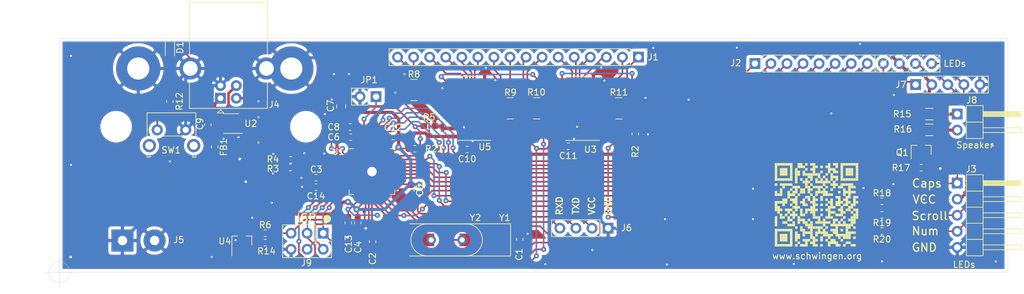
<source format=kicad_pcb>
(kicad_pcb (version 20171130) (host pcbnew 5.1.5+dfsg1-2build2)
  (layers (0 F.Cu signal) (31 B.Cu signal) (34 B.Paste user) (35 F.Paste user) (36 B.SilkS user) (37 F.SilkS user) (38 B.Mask user) (39 F.Mask user) (44 Edge.Cuts user))
  (net 0 "")
  (net 1 GND)
  (net 2 +5V)
  (net 3 "Net-(C3-Pad1)")
  (net 4 /ROW0)
  (net 5 /ROW1)
  (net 6 /ROW2)
  (net 7 /ROW3)
  (net 8 /ROW4)
  (net 9 /ROW5)
  (net 10 /ROW6)
  (net 11 /ROW7)
  (net 12 /ROW8)
  (net 13 /ROW9)
  (net 14 /ROW10)
  (net 15 /ROW11)
  (net 16 /ROW12)
  (net 17 /ROW13)
  (net 18 /ROW15)
  (net 19 /COL7)
  (net 20 /COL6)
  (net 21 /COL5)
  (net 22 /COL4)
  (net 23 /COL3)
  (net 24 /COL2)
  (net 25 /COL1)
  (net 26 /COL0)
  (net 27 /RESET-)
  (net 28 /ROW14)
  (net 29 /MOSI)
  (net 30 /SCK)
  (net 31 /MISO)
  (net 32 /RXD)
  (net 33 /TXD)
  (net 34 "Net-(R2-Pad1)")
  (net 35 "Net-(U1-Pad41)")
  (net 36 /LOAD-)
  (net 37 "Net-(U3-Pad10)")
  (net 38 "Net-(U3-Pad7)")
  (net 39 "Net-(U5-Pad7)")
  (net 40 /STATUSLED-)
  (net 41 /AREF)
  (net 42 /BUTTON-)
  (net 43 "Net-(R14-Pad2)")
  (net 44 "Net-(J8-Pad2)")
  (net 45 "Net-(J8-Pad1)")
  (net 46 "Net-(Q1-Pad3)")
  (net 47 /USB_1_DP)
  (net 48 /USB_1_DN)
  (net 49 /SPEAKER)
  (net 50 /USB_2_DP)
  (net 51 /USB_2_DN)
  (net 52 VBUS)
  (net 53 "Net-(JP1-Pad1)")
  (net 54 "Net-(U1-Pad22)")
  (net 55 "Net-(U1-Pad26)")
  (net 56 /X1)
  (net 57 /X2)
  (net 58 "Net-(U1-Pad12)")
  (net 59 /LED1-)
  (net 60 /LED2-)
  (net 61 /LED3-)
  (net 62 "Net-(D1-Pad2)")
  (net 63 "Net-(U1-Pad32)")
  (net 64 "Net-(J2-Pad12)")
  (net 65 "Net-(J2-Pad11)")
  (net 66 "Net-(J2-Pad9)")
  (module Connector_PinHeader_2.54mm:PinHeader_1x12_P2.54mm_Vertical (layer F.Cu) (at 149.9996 64.0176 90)
    (fp_text reference J2 (at 0.1016 -3.0226 180) (layer F.SilkS))
    (fp_text value Conn_01x12)
    (pad 12 thru_hole oval (at 0 27.94 90) (size 1.7 1.7) (drill 1) (layers *.Cu *.Mask) (net 64 "Net-(J2-Pad12)"))
    (pad 11 thru_hole oval (at 0 25.4 90) (size 1.7 1.7) (drill 1) (layers *.Cu *.Mask) (net 65 "Net-(J2-Pad11)"))
    (pad 10 thru_hole oval (at 0 22.86 90) (size 1.7 1.7) (drill 1) (layers *.Cu *.Mask) (net 2 +5V))
    (pad 9 thru_hole oval (at 0 20.32 90) (size 1.7 1.7) (drill 1) (layers *.Cu *.Mask) (net 66 "Net-(J2-Pad9)"))
    (pad 8 thru_hole oval (at 0 17.78 90) (size 1.7 1.7) (drill 1) (layers *.Cu *.Mask) (net 26 /COL0))
    (pad 7 thru_hole oval (at 0 15.24 90) (size 1.7 1.7) (drill 1) (layers *.Cu *.Mask) (net 25 /COL1))
    (pad 6 thru_hole oval (at 0 12.7 90) (size 1.7 1.7) (drill 1) (layers *.Cu *.Mask) (net 24 /COL2))
    (pad 5 thru_hole oval (at 0 10.16 90) (size 1.7 1.7) (drill 1) (layers *.Cu *.Mask) (net 23 /COL3))
    (pad 4 thru_hole oval (at 0 7.62 90) (size 1.7 1.7) (drill 1) (layers *.Cu *.Mask) (net 22 /COL4))
    (pad 3 thru_hole oval (at 0 5.08 90) (size 1.7 1.7) (drill 1) (layers *.Cu *.Mask) (net 21 /COL5))
    (pad 2 thru_hole oval (at 0 2.54 90) (size 1.7 1.7) (drill 1) (layers *.Cu *.Mask) (net 20 /COL6))
    (pad 1 thru_hole rect (at 0 0 90) (size 1.7 1.7) (drill 1) (layers *.Cu *.Mask) (net 19 /COL7))
  )
  (module Crystal:Crystal_HC49-U_Vertical (layer F.Cu) (at 103.7 91.9 180)
    (fp_text reference Y2 (at -2.1 3.5) (layer F.SilkS))
    (fp_text value 16.0MHz)
    (pad 2 thru_hole circle (at 4.88 0 180) (size 1.5 1.5) (drill 0.8) (layers *.Cu *.Mask) (net 57 /X2))
    (pad 1 thru_hole circle (at 0 0 180) (size 1.5 1.5) (drill 0.8) (layers *.Cu *.Mask) (net 56 /X1))
  )
  (module Resistor_SMD:R_0603_1608Metric_Pad1.05x0.95mm_HandSolder (layer F.Cu) (at 96.225 77.5 180)
    (fp_text reference R22 (at -3.075 0) (layer F.SilkS))
    (fp_text value 10k)
    (pad 2 smd roundrect (at 0.875 0 180) (size 1.05 0.95) (layers F.Cu F.Paste F.Mask) (net 2 +5V))
    (pad 1 smd roundrect (at -0.875 0 180) (size 1.05 0.95) (layers F.Cu F.Paste F.Mask) (net 42 /BUTTON-))
  )
  (module Connector_PinHeader_2.54mm:PinHeader_1x16_P2.54mm_Vertical (layer F.Cu) (at 131.6 63 270)
    (fp_text reference J1 (at 0 -2.33) (layer F.SilkS))
    (fp_text value Conn_01x16 hide)
    (pad 16 thru_hole oval (at 0 38.1 270) (size 1.7 1.7) (drill 1) (layers *.Cu *.Mask) (net 4 /ROW0))
    (pad 15 thru_hole oval (at 0 35.56 270) (size 1.7 1.7) (drill 1) (layers *.Cu *.Mask) (net 5 /ROW1))
    (pad 14 thru_hole oval (at 0 33.02 270) (size 1.7 1.7) (drill 1) (layers *.Cu *.Mask) (net 6 /ROW2))
    (pad 13 thru_hole oval (at 0 30.48 270) (size 1.7 1.7) (drill 1) (layers *.Cu *.Mask) (net 7 /ROW3))
    (pad 12 thru_hole oval (at 0 27.94 270) (size 1.7 1.7) (drill 1) (layers *.Cu *.Mask) (net 8 /ROW4))
    (pad 11 thru_hole oval (at 0 25.4 270) (size 1.7 1.7) (drill 1) (layers *.Cu *.Mask) (net 9 /ROW5))
    (pad 10 thru_hole oval (at 0 22.86 270) (size 1.7 1.7) (drill 1) (layers *.Cu *.Mask) (net 10 /ROW6))
    (pad 9 thru_hole oval (at 0 20.32 270) (size 1.7 1.7) (drill 1) (layers *.Cu *.Mask) (net 11 /ROW7))
    (pad 8 thru_hole oval (at 0 17.78 270) (size 1.7 1.7) (drill 1) (layers *.Cu *.Mask) (net 12 /ROW8))
    (pad 7 thru_hole oval (at 0 15.24 270) (size 1.7 1.7) (drill 1) (layers *.Cu *.Mask) (net 13 /ROW9))
    (pad 6 thru_hole oval (at 0 12.7 270) (size 1.7 1.7) (drill 1) (layers *.Cu *.Mask) (net 14 /ROW10))
    (pad 5 thru_hole oval (at 0 10.16 270) (size 1.7 1.7) (drill 1) (layers *.Cu *.Mask) (net 15 /ROW11))
    (pad 4 thru_hole oval (at 0 7.62 270) (size 1.7 1.7) (drill 1) (layers *.Cu *.Mask) (net 16 /ROW12))
    (pad 3 thru_hole oval (at 0 5.08 270) (size 1.7 1.7) (drill 1) (layers *.Cu *.Mask) (net 17 /ROW13))
    (pad 2 thru_hole oval (at 0 2.54 270) (size 1.7 1.7) (drill 1) (layers *.Cu *.Mask) (net 28 /ROW14))
    (pad 1 thru_hole rect (at 0 0 270) (size 1.7 1.7) (drill 1) (layers *.Cu *.Mask) (net 18 /ROW15))
  )
  (module Capacitor_SMD:C_0603_1608Metric_Pad1.05x0.95mm_HandSolder (layer F.Cu) (at 92.8 75.55 180)
    (fp_text reference C12 (at 0 1.4) (layer F.SilkS))
    (fp_text value 100nF)
    (pad 2 smd roundrect (at 0.875 0 180) (size 1.05 0.95) (layers F.Cu F.Paste F.Mask) (net 1 GND))
    (pad 1 smd roundrect (at -0.875 0 180) (size 1.05 0.95) (layers F.Cu F.Paste F.Mask) (net 2 +5V))
  )
  (module Connector_PinHeader_2.54mm:PinHeader_1x02_P2.54mm_Vertical (layer F.Cu) (at 90.1 69.25 270)
    (fp_text reference JP1 (at -2.65 1.1 180) (layer F.SilkS))
    (fp_text value Jumper)
    (pad 2 thru_hole oval (at 0 2.54 270) (size 1.7 1.7) (drill 1) (layers *.Cu *.Mask) (net 1 GND))
    (pad 1 thru_hole rect (at 0 0 270) (size 1.7 1.7) (drill 1) (layers *.Cu *.Mask) (net 53 "Net-(JP1-Pad1)"))
  )
  (module MS_Mechanical:QR_schwingen_Silk (layer F.Cu) (at 159.95 86.55)
    (fp_text reference QR1 hide)
    (fp_text value www.schwingen.org (at -0.1 7.9) (layer F.SilkS))
  )
  (module Resistor_SMD:R_0603_1608Metric_Pad1.05x0.95mm_HandSolder (layer F.Cu) (at 76.6 79.25)
    (fp_text reference R4 (at -2.8 -0.1) (layer F.SilkS))
    (fp_text value 22)
    (pad 2 smd roundrect (at 0.875 0) (size 1.05 0.95) (layers F.Cu F.Paste F.Mask) (net 51 /USB_2_DN))
    (pad 1 smd roundrect (at -0.875 0) (size 1.05 0.95) (layers F.Cu F.Paste F.Mask) (net 48 /USB_1_DN))
  )
  (module Resistor_SMD:R_0603_1608Metric_Pad1.05x0.95mm_HandSolder (layer F.Cu) (at 76.575 80.45)
    (fp_text reference R3 (at -2.775 0.2) (layer F.SilkS))
    (fp_text value 22)
    (pad 2 smd roundrect (at 0.875 0) (size 1.05 0.95) (layers F.Cu F.Paste F.Mask) (net 50 /USB_2_DP))
    (pad 1 smd roundrect (at -0.875 0) (size 1.05 0.95) (layers F.Cu F.Paste F.Mask) (net 47 /USB_1_DP))
  )
  (module Connector_PinHeader_2.54mm:PinHeader_1x05_P2.54mm_Horizontal (layer F.Cu) (at 182 82.92)
    (fp_text reference J3 (at 2.2 -2.22) (layer F.SilkS))
    (fp_text value Conn_01x05_Male hide)
    (pad 5 thru_hole oval (at 0 10.16) (size 1.7 1.7) (drill 1) (layers *.Cu *.Mask) (net 1 GND))
    (pad 4 thru_hole oval (at 0 7.62) (size 1.7 1.7) (drill 1) (layers *.Cu *.Mask) (net 64 "Net-(J2-Pad12)"))
    (pad 3 thru_hole oval (at 0 5.08) (size 1.7 1.7) (drill 1) (layers *.Cu *.Mask) (net 65 "Net-(J2-Pad11)"))
    (pad 2 thru_hole oval (at 0 2.54) (size 1.7 1.7) (drill 1) (layers *.Cu *.Mask) (net 2 +5V))
    (pad 1 thru_hole rect (at 0 0) (size 1.7 1.7) (drill 1) (layers *.Cu *.Mask) (net 66 "Net-(J2-Pad9)"))
  )
  (module Resistor_SMD:R_0603_1608Metric_Pad1.05x0.95mm_HandSolder (layer F.Cu) (at 170.1 90.5)
    (fp_text reference R20 (at 0 1.3) (layer F.SilkS))
    (fp_text value 0)
    (pad 2 smd roundrect (at 0.875 0) (size 1.05 0.95) (layers F.Cu F.Paste F.Mask) (net 64 "Net-(J2-Pad12)"))
    (pad 1 smd roundrect (at -0.875 0) (size 1.05 0.95) (layers F.Cu F.Paste F.Mask) (net 61 /LED3-))
  )
  (module Resistor_SMD:R_0603_1608Metric_Pad1.05x0.95mm_HandSolder (layer F.Cu) (at 170.1 87.95)
    (fp_text reference R19 (at 0 1.25) (layer F.SilkS))
    (fp_text value 0)
    (pad 2 smd roundrect (at 0.875 0) (size 1.05 0.95) (layers F.Cu F.Paste F.Mask) (net 65 "Net-(J2-Pad11)"))
    (pad 1 smd roundrect (at -0.875 0) (size 1.05 0.95) (layers F.Cu F.Paste F.Mask) (net 60 /LED2-))
  )
  (module Resistor_SMD:R_0603_1608Metric_Pad1.05x0.95mm_HandSolder (layer F.Cu) (at 170.1 85.8)
    (fp_text reference R18 (at 0 -1.3) (layer F.SilkS))
    (fp_text value 0)
    (pad 2 smd roundrect (at 0.875 0) (size 1.05 0.95) (layers F.Cu F.Paste F.Mask) (net 66 "Net-(J2-Pad9)"))
    (pad 1 smd roundrect (at -0.875 0) (size 1.05 0.95) (layers F.Cu F.Paste F.Mask) (net 59 /LED1-))
  )
  (module Package_SO:SOIC-16_3.9x9.9mm_P1.27mm (layer F.Cu) (at 122 71.1 180)
    (fp_text reference U3 (at -2 -6.5) (layer F.SilkS))
    (fp_text value 74HC165)
    (pad 16 smd roundrect (at 2.475 -4.445 180) (size 1.95 0.6) (layers F.Cu F.Paste F.Mask) (net 2 +5V))
    (pad 15 smd roundrect (at 2.475 -3.175 180) (size 1.95 0.6) (layers F.Cu F.Paste F.Mask) (net 1 GND))
    (pad 14 smd roundrect (at 2.475 -1.905 180) (size 1.95 0.6) (layers F.Cu F.Paste F.Mask) (net 15 /ROW11))
    (pad 13 smd roundrect (at 2.475 -0.635 180) (size 1.95 0.6) (layers F.Cu F.Paste F.Mask) (net 14 /ROW10))
    (pad 12 smd roundrect (at 2.475 0.635 180) (size 1.95 0.6) (layers F.Cu F.Paste F.Mask) (net 12 /ROW8))
    (pad 11 smd roundrect (at 2.475 1.905 180) (size 1.95 0.6) (layers F.Cu F.Paste F.Mask) (net 13 /ROW9))
    (pad 10 smd roundrect (at 2.475 3.175 180) (size 1.95 0.6) (layers F.Cu F.Paste F.Mask) (net 37 "Net-(U3-Pad10)"))
    (pad 9 smd roundrect (at 2.475 4.445 180) (size 1.95 0.6) (layers F.Cu F.Paste F.Mask) (net 34 "Net-(R2-Pad1)"))
    (pad 8 smd roundrect (at -2.475 4.445 180) (size 1.95 0.6) (layers F.Cu F.Paste F.Mask) (net 1 GND))
    (pad 7 smd roundrect (at -2.475 3.175 180) (size 1.95 0.6) (layers F.Cu F.Paste F.Mask) (net 38 "Net-(U3-Pad7)"))
    (pad 6 smd roundrect (at -2.475 1.905 180) (size 1.95 0.6) (layers F.Cu F.Paste F.Mask) (net 28 /ROW14))
    (pad 5 smd roundrect (at -2.475 0.635 180) (size 1.95 0.6) (layers F.Cu F.Paste F.Mask) (net 18 /ROW15))
    (pad 4 smd roundrect (at -2.475 -0.635 180) (size 1.95 0.6) (layers F.Cu F.Paste F.Mask) (net 17 /ROW13))
    (pad 3 smd roundrect (at -2.475 -1.905 180) (size 1.95 0.6) (layers F.Cu F.Paste F.Mask) (net 16 /ROW12))
    (pad 2 smd roundrect (at -2.475 -3.175 180) (size 1.95 0.6) (layers F.Cu F.Paste F.Mask) (net 30 /SCK))
    (pad 1 smd roundrect (at -2.475 -4.445 180) (size 1.95 0.6) (layers F.Cu F.Paste F.Mask) (net 36 /LOAD-))
  )
  (module Resistor_SMD:R_0603_1608Metric_Pad1.05x0.95mm_HandSolder (layer F.Cu) (at 176.3 80.5)
    (fp_text reference R17 (at -3.2 0) (layer F.SilkS))
    (fp_text value 10k)
    (pad 2 smd roundrect (at 0.875 0) (size 1.05 0.95) (layers F.Cu F.Paste F.Mask) (net 1 GND))
    (pad 1 smd roundrect (at -0.875 0) (size 1.05 0.95) (layers F.Cu F.Paste F.Mask) (net 49 /SPEAKER))
  )
  (module Resistor_SMD:R_Array_Convex_4x0603 (layer F.Cu) (at 128.5 71.1)
    (fp_text reference R11 (at 0 -2.55) (layer F.SilkS))
    (fp_text value 47k)
    (pad 5 smd rect (at 0.9 1.2) (size 0.8 0.5) (layers F.Cu F.Paste F.Mask) (net 2 +5V))
    (pad 6 smd rect (at 0.9 0.4) (size 0.8 0.4) (layers F.Cu F.Paste F.Mask) (net 2 +5V))
    (pad 8 smd rect (at 0.9 -1.2) (size 0.8 0.5) (layers F.Cu F.Paste F.Mask) (net 2 +5V))
    (pad 7 smd rect (at 0.9 -0.4) (size 0.8 0.4) (layers F.Cu F.Paste F.Mask) (net 2 +5V))
    (pad 4 smd rect (at -0.9 1.2) (size 0.8 0.5) (layers F.Cu F.Paste F.Mask) (net 16 /ROW12))
    (pad 2 smd rect (at -0.9 -0.4) (size 0.8 0.4) (layers F.Cu F.Paste F.Mask) (net 18 /ROW15))
    (pad 3 smd rect (at -0.9 0.4) (size 0.8 0.4) (layers F.Cu F.Paste F.Mask) (net 17 /ROW13))
    (pad 1 smd rect (at -0.9 -1.2) (size 0.8 0.5) (layers F.Cu F.Paste F.Mask) (net 28 /ROW14))
  )
  (module Capacitor_SMD:C_0603_1608Metric_Pad1.05x0.95mm_HandSolder (layer F.Cu) (at 80.6 83.55 180)
    (fp_text reference C14 (at 0 -1.43) (layer F.SilkS))
    (fp_text value 100nF)
    (pad 2 smd roundrect (at 0.875 0 180) (size 1.05 0.95) (layers F.Cu F.Paste F.Mask) (net 1 GND))
    (pad 1 smd roundrect (at -0.875 0 180) (size 1.05 0.95) (layers F.Cu F.Paste F.Mask) (net 2 +5V))
  )
  (module Capacitor_SMD:C_0603_1608Metric_Pad1.05x0.95mm_HandSolder (layer F.Cu) (at 89.55 92.175 90)
    (fp_text reference C2 (at -2.7 0 90) (layer F.SilkS))
    (fp_text value 22pF)
    (pad 2 smd roundrect (at 0.875 0 90) (size 1.05 0.95) (layers F.Cu F.Paste F.Mask) (net 57 /X2))
    (pad 1 smd roundrect (at -0.875 0 90) (size 1.05 0.95) (layers F.Cu F.Paste F.Mask) (net 1 GND))
  )
  (module Connector_USB:USB_B_OST_USB-B1HSxx_Horizontal (layer F.Cu) (at 65.5 69.5 90)
    (fp_text reference J4 (at -1 8.5 180) (layer F.SilkS))
    (fp_text value USB_B)
    (pad 5 thru_hole circle (at 4.71 7.27 90) (size 3.5 3.5) (drill 2.33) (layers *.Cu *.Mask) (net 1 GND))
    (pad 5 thru_hole circle (at 4.71 -4.77 90) (size 3.5 3.5) (drill 2.33) (layers *.Cu *.Mask) (net 1 GND))
    (pad 4 thru_hole circle (at 2 0 90) (size 1.7 1.7) (drill 0.92) (layers *.Cu *.Mask) (net 1 GND))
    (pad 3 thru_hole circle (at 2 2.5 90) (size 1.7 1.7) (drill 0.92) (layers *.Cu *.Mask) (net 47 /USB_1_DP))
    (pad 2 thru_hole circle (at 0 2.5 90) (size 1.7 1.7) (drill 0.92) (layers *.Cu *.Mask) (net 48 /USB_1_DN))
    (pad 1 thru_hole rect (at 0 0 90) (size 1.7 1.7) (drill 0.92) (layers *.Cu *.Mask) (net 52 VBUS))
  )
  (module Connector_PinHeader_2.54mm:PinHeader_1x02_P2.54mm_Horizontal (layer F.Cu) (at 182 72)
    (fp_text reference J8 (at 2.3 -2.2) (layer F.SilkS))
    (fp_text value Conn_01x02 hide)
    (pad 2 thru_hole oval (at 0 2.54) (size 1.7 1.7) (drill 1) (layers *.Cu *.Mask) (net 44 "Net-(J8-Pad2)"))
    (pad 1 thru_hole rect (at 0 0) (size 1.7 1.7) (drill 1) (layers *.Cu *.Mask) (net 45 "Net-(J8-Pad1)"))
  )
  (module Connector_PinHeader_2.54mm:PinHeader_1x05_P2.54mm_Vertical (layer F.Cu) (at 175.425 67.345 90)
    (fp_text reference J7 (at 0 -2.33 180) (layer F.SilkS))
    (fp_text value Conn_01x05_Male hide)
    (pad 5 thru_hole oval (at 0 10.16 90) (size 1.7 1.7) (drill 1) (layers *.Cu *.Mask) (net 1 GND))
    (pad 4 thru_hole oval (at 0 7.62 90) (size 1.7 1.7) (drill 1) (layers *.Cu *.Mask) (net 64 "Net-(J2-Pad12)"))
    (pad 3 thru_hole oval (at 0 5.08 90) (size 1.7 1.7) (drill 1) (layers *.Cu *.Mask) (net 65 "Net-(J2-Pad11)"))
    (pad 2 thru_hole oval (at 0 2.54 90) (size 1.7 1.7) (drill 1) (layers *.Cu *.Mask) (net 2 +5V))
    (pad 1 thru_hole rect (at 0 0 90) (size 1.7 1.7) (drill 1) (layers *.Cu *.Mask) (net 66 "Net-(J2-Pad9)"))
  )
  (module Resistor_SMD:R_1206_3216Metric_Pad1.42x1.75mm_HandSolder (layer F.Cu) (at 177.6 74.5)
    (fp_text reference R16 (at -4.2 -0.1) (layer F.SilkS))
    (fp_text value 22)
    (pad 2 smd roundrect (at 1.4875 0) (size 1.425 1.75) (layers F.Cu F.Paste F.Mask) (roundrect_rratio 0.175439) (net 44 "Net-(J8-Pad2)"))
    (pad 1 smd roundrect (at -1.4875 0) (size 1.425 1.75) (layers F.Cu F.Paste F.Mask) (roundrect_rratio 0.175439) (net 46 "Net-(Q1-Pad3)"))
  )
  (module Resistor_SMD:R_1206_3216Metric_Pad1.42x1.75mm_HandSolder (layer F.Cu) (at 177.6 72)
    (fp_text reference R15 (at -4.3 0) (layer F.SilkS))
    (fp_text value 22)
    (pad 2 smd roundrect (at 1.4875 0) (size 1.425 1.75) (layers F.Cu F.Paste F.Mask) (roundrect_rratio 0.175439) (net 45 "Net-(J8-Pad1)"))
    (pad 1 smd roundrect (at -1.4875 0) (size 1.425 1.75) (layers F.Cu F.Paste F.Mask) (roundrect_rratio 0.175439) (net 2 +5V))
  )
  (module Package_TO_SOT_SMD:SOT-23 (layer F.Cu) (at 176.3 77.7 90)
    (fp_text reference Q1 (at -0.4 -3 180) (layer F.SilkS))
    (fp_text value 2N7002)
    (pad 3 smd rect (at 1 0 90) (size 0.9 0.8) (layers F.Cu F.Paste F.Mask) (net 46 "Net-(Q1-Pad3)"))
    (pad 2 smd rect (at -1 0.95 90) (size 0.9 0.8) (layers F.Cu F.Paste F.Mask) (net 1 GND))
    (pad 1 smd rect (at -1 -0.95 90) (size 0.9 0.8) (layers F.Cu F.Paste F.Mask) (net 49 /SPEAKER))
  )
  (module Capacitor_SMD:C_0603_1608Metric_Pad1.05x0.95mm_HandSolder (layer F.Cu) (at 85.7 89.2 90)
    (fp_text reference C13 (at -3.35 0.05 90) (layer F.SilkS))
    (fp_text value 100nF)
    (pad 2 smd roundrect (at 0.875 0 90) (size 1.05 0.95) (layers F.Cu F.Paste F.Mask) (net 27 /RESET-))
    (pad 1 smd roundrect (at -0.875 0 90) (size 1.05 0.95) (layers F.Cu F.Paste F.Mask) (net 1 GND))
  )
  (module Package_TO_SOT_SMD:SOT-23_Handsoldering (layer F.Cu) (at 68.88 92.04 90)
    (fp_text reference U4 (at -0.06 -2.69 180) (layer F.SilkS))
    (fp_text value MAX809T)
    (pad 3 smd rect (at 1.5 0 90) (size 1.9 0.8) (layers F.Cu F.Paste F.Mask) (net 2 +5V))
    (pad 2 smd rect (at -1.5 0.95 90) (size 1.9 0.8) (layers F.Cu F.Paste F.Mask) (net 43 "Net-(R14-Pad2)"))
    (pad 1 smd rect (at -1.5 -0.95 90) (size 1.9 0.8) (layers F.Cu F.Paste F.Mask) (net 1 GND))
  )
  (module Resistor_SMD:R_0603_1608Metric_Pad1.05x0.95mm_HandSolder (layer F.Cu) (at 72.58 92.34 180)
    (fp_text reference R14 (at -0.19 -1.35) (layer F.SilkS))
    (fp_text value 10k)
    (pad 2 smd roundrect (at 0.875 0 180) (size 1.05 0.95) (layers F.Cu F.Paste F.Mask) (net 43 "Net-(R14-Pad2)"))
    (pad 1 smd roundrect (at -0.875 0 180) (size 1.05 0.95) (layers F.Cu F.Paste F.Mask) (net 27 /RESET-))
  )
  (module MountingHole:MountingHole_4mm (layer F.Cu) (at 49 74)
    (fp_text reference H4 hide)
    (fp_text value MountingHole hide)
    (pad 1 np_thru_hole circle (at 0 0) (size 4 4) (drill 4) (layers *.Cu *.Mask))
  )
  (module MountingHole:MountingHole_4mm (layer F.Cu) (at 79 74)
    (fp_text reference H3 hide)
    (fp_text value MountingHole hide)
    (pad 1 np_thru_hole circle (at 0 0) (size 4 4) (drill 4) (layers *.Cu *.Mask))
  )
  (module Resistor_SMD:R_0603_1608Metric_Pad1.05x0.95mm_HandSolder (layer F.Cu) (at 57.5 70 270)
    (fp_text reference R12 (at 0 -1.5 90) (layer F.SilkS))
    (fp_text value 1k)
    (pad 2 smd roundrect (at 0.875 0 270) (size 1.05 0.95) (layers F.Cu F.Paste F.Mask) (net 40 /STATUSLED-))
    (pad 1 smd roundrect (at -0.875 0 270) (size 1.05 0.95) (layers F.Cu F.Paste F.Mask) (net 62 "Net-(D1-Pad2)"))
  )
  (module LED_SMD:LED_0603_1608Metric_Pad1.05x0.95mm_HandSolder (layer F.Cu) (at 57.5 62 270)
    (fp_text reference D1 (at -0.5 -1.6 90) (layer F.SilkS))
    (fp_text value LED)
    (pad 2 smd roundrect (at 0.875 0 270) (size 1.05 0.95) (layers F.Cu F.Paste F.Mask) (net 62 "Net-(D1-Pad2)"))
    (pad 1 smd roundrect (at -0.875 0 270) (size 1.05 0.95) (layers F.Cu F.Paste F.Mask) (net 1 GND))
  )
  (module Capacitor_SMD:C_0603_1608Metric_Pad1.05x0.95mm_HandSolder (layer F.Cu) (at 120.5 77.1)
    (fp_text reference C11 (at 0 1.5) (layer F.SilkS))
    (fp_text value 100nF)
    (pad 2 smd roundrect (at 0.875 0) (size 1.05 0.95) (layers F.Cu F.Paste F.Mask) (net 1 GND))
    (pad 1 smd roundrect (at -0.875 0) (size 1.05 0.95) (layers F.Cu F.Paste F.Mask) (net 2 +5V))
  )
  (module Capacitor_SMD:C_0603_1608Metric_Pad1.05x0.95mm_HandSolder (layer F.Cu) (at 104.5 77.6)
    (fp_text reference C10 (at 0 1.5) (layer F.SilkS))
    (fp_text value 100nF)
    (pad 2 smd roundrect (at 0.875 0) (size 1.05 0.95) (layers F.Cu F.Paste F.Mask) (net 1 GND))
    (pad 1 smd roundrect (at -0.875 0) (size 1.05 0.95) (layers F.Cu F.Paste F.Mask) (net 2 +5V))
  )
  (module Package_SO:SOIC-16_3.9x9.9mm_P1.27mm (layer F.Cu) (at 104.8 71.1 180)
    (fp_text reference U5 (at -2.5 -6.1) (layer F.SilkS))
    (fp_text value 74HC165)
    (pad 16 smd roundrect (at 2.475 -4.445 180) (size 1.95 0.6) (layers F.Cu F.Paste F.Mask) (net 2 +5V))
    (pad 15 smd roundrect (at 2.475 -3.175 180) (size 1.95 0.6) (layers F.Cu F.Paste F.Mask) (net 1 GND))
    (pad 14 smd roundrect (at 2.475 -1.905 180) (size 1.95 0.6) (layers F.Cu F.Paste F.Mask) (net 7 /ROW3))
    (pad 13 smd roundrect (at 2.475 -0.635 180) (size 1.95 0.6) (layers F.Cu F.Paste F.Mask) (net 6 /ROW2))
    (pad 12 smd roundrect (at 2.475 0.635 180) (size 1.95 0.6) (layers F.Cu F.Paste F.Mask) (net 4 /ROW0))
    (pad 11 smd roundrect (at 2.475 1.905 180) (size 1.95 0.6) (layers F.Cu F.Paste F.Mask) (net 5 /ROW1))
    (pad 10 smd roundrect (at 2.475 3.175 180) (size 1.95 0.6) (layers F.Cu F.Paste F.Mask) (net 1 GND))
    (pad 9 smd roundrect (at 2.475 4.445 180) (size 1.95 0.6) (layers F.Cu F.Paste F.Mask) (net 37 "Net-(U3-Pad10)"))
    (pad 8 smd roundrect (at -2.475 4.445 180) (size 1.95 0.6) (layers F.Cu F.Paste F.Mask) (net 1 GND))
    (pad 7 smd roundrect (at -2.475 3.175 180) (size 1.95 0.6) (layers F.Cu F.Paste F.Mask) (net 39 "Net-(U5-Pad7)"))
    (pad 6 smd roundrect (at -2.475 1.905 180) (size 1.95 0.6) (layers F.Cu F.Paste F.Mask) (net 10 /ROW6))
    (pad 5 smd roundrect (at -2.475 0.635 180) (size 1.95 0.6) (layers F.Cu F.Paste F.Mask) (net 11 /ROW7))
    (pad 4 smd roundrect (at -2.475 -0.635 180) (size 1.95 0.6) (layers F.Cu F.Paste F.Mask) (net 9 /ROW5))
    (pad 3 smd roundrect (at -2.475 -1.905 180) (size 1.95 0.6) (layers F.Cu F.Paste F.Mask) (net 8 /ROW4))
    (pad 2 smd roundrect (at -2.475 -3.175 180) (size 1.95 0.6) (layers F.Cu F.Paste F.Mask) (net 30 /SCK))
    (pad 1 smd roundrect (at -2.475 -4.445 180) (size 1.95 0.6) (layers F.Cu F.Paste F.Mask) (net 36 /LOAD-))
  )
  (module Resistor_SMD:R_Array_Convex_4x0603 (layer F.Cu) (at 115.5 71.1 180)
    (fp_text reference R10 (at 0.05 2.55) (layer F.SilkS))
    (fp_text value 47k)
    (pad 5 smd rect (at 0.9 1.2 180) (size 0.8 0.5) (layers F.Cu F.Paste F.Mask) (net 2 +5V))
    (pad 6 smd rect (at 0.9 0.4 180) (size 0.8 0.4) (layers F.Cu F.Paste F.Mask) (net 2 +5V))
    (pad 8 smd rect (at 0.9 -1.2 180) (size 0.8 0.5) (layers F.Cu F.Paste F.Mask) (net 2 +5V))
    (pad 7 smd rect (at 0.9 -0.4 180) (size 0.8 0.4) (layers F.Cu F.Paste F.Mask) (net 2 +5V))
    (pad 4 smd rect (at -0.9 1.2 180) (size 0.8 0.5) (layers F.Cu F.Paste F.Mask) (net 13 /ROW9))
    (pad 2 smd rect (at -0.9 -0.4 180) (size 0.8 0.4) (layers F.Cu F.Paste F.Mask) (net 14 /ROW10))
    (pad 3 smd rect (at -0.9 0.4 180) (size 0.8 0.4) (layers F.Cu F.Paste F.Mask) (net 12 /ROW8))
    (pad 1 smd rect (at -0.9 -1.2 180) (size 0.8 0.5) (layers F.Cu F.Paste F.Mask) (net 15 /ROW11))
  )
  (module Resistor_SMD:R_Array_Convex_4x0603 (layer F.Cu) (at 111.3 71.1)
    (fp_text reference R9 (at 0.05 -2.5) (layer F.SilkS))
    (fp_text value 47k)
    (pad 5 smd rect (at 0.9 1.2) (size 0.8 0.5) (layers F.Cu F.Paste F.Mask) (net 2 +5V))
    (pad 6 smd rect (at 0.9 0.4) (size 0.8 0.4) (layers F.Cu F.Paste F.Mask) (net 2 +5V))
    (pad 8 smd rect (at 0.9 -1.2) (size 0.8 0.5) (layers F.Cu F.Paste F.Mask) (net 2 +5V))
    (pad 7 smd rect (at 0.9 -0.4) (size 0.8 0.4) (layers F.Cu F.Paste F.Mask) (net 2 +5V))
    (pad 4 smd rect (at -0.9 1.2) (size 0.8 0.5) (layers F.Cu F.Paste F.Mask) (net 8 /ROW4))
    (pad 2 smd rect (at -0.9 -0.4) (size 0.8 0.4) (layers F.Cu F.Paste F.Mask) (net 11 /ROW7))
    (pad 3 smd rect (at -0.9 0.4) (size 0.8 0.4) (layers F.Cu F.Paste F.Mask) (net 9 /ROW5))
    (pad 1 smd rect (at -0.9 -1.2) (size 0.8 0.5) (layers F.Cu F.Paste F.Mask) (net 10 /ROW6))
  )
  (module Resistor_SMD:R_Array_Convex_4x0603 (layer F.Cu) (at 96.1 68.2 180)
    (fp_text reference R8 (at 0 2.5) (layer F.SilkS))
    (fp_text value 47k)
    (pad 5 smd rect (at 0.9 1.2 180) (size 0.8 0.5) (layers F.Cu F.Paste F.Mask) (net 2 +5V))
    (pad 6 smd rect (at 0.9 0.4 180) (size 0.8 0.4) (layers F.Cu F.Paste F.Mask) (net 2 +5V))
    (pad 8 smd rect (at 0.9 -1.2 180) (size 0.8 0.5) (layers F.Cu F.Paste F.Mask) (net 2 +5V))
    (pad 7 smd rect (at 0.9 -0.4 180) (size 0.8 0.4) (layers F.Cu F.Paste F.Mask) (net 2 +5V))
    (pad 4 smd rect (at -0.9 1.2 180) (size 0.8 0.5) (layers F.Cu F.Paste F.Mask) (net 5 /ROW1))
    (pad 2 smd rect (at -0.9 -0.4 180) (size 0.8 0.4) (layers F.Cu F.Paste F.Mask) (net 6 /ROW2))
    (pad 3 smd rect (at -0.9 0.4 180) (size 0.8 0.4) (layers F.Cu F.Paste F.Mask) (net 4 /ROW0))
    (pad 1 smd rect (at -0.9 -1.2 180) (size 0.8 0.5) (layers F.Cu F.Paste F.Mask) (net 7 /ROW3))
  )
  (module Resistor_SMD:R_0603_1608Metric_Pad1.05x0.95mm_HandSolder (layer F.Cu) (at 131.1 75.14 270)
    (fp_text reference R2 (at 2.8 0 90) (layer F.SilkS))
    (fp_text value 1k)
    (pad 2 smd roundrect (at 0.875 0 270) (size 1.05 0.95) (layers F.Cu F.Paste F.Mask) (net 31 /MISO))
    (pad 1 smd roundrect (at -0.875 0 270) (size 1.05 0.95) (layers F.Cu F.Paste F.Mask) (net 34 "Net-(R2-Pad1)"))
  )
  (module Connector_PinHeader_2.54mm:PinHeader_1x04_P2.54mm_Vertical (layer F.Cu) (at 126.79 90.05 270)
    (fp_text reference J6 (at -0.05 -2.91 180) (layer F.SilkS))
    (fp_text value Conn_01x04 hide)
    (pad 4 thru_hole oval (at 0 7.62 270) (size 1.7 1.7) (drill 1) (layers *.Cu *.Mask) (net 32 /RXD))
    (pad 3 thru_hole oval (at 0 5.08 270) (size 1.7 1.7) (drill 1) (layers *.Cu *.Mask) (net 33 /TXD))
    (pad 2 thru_hole oval (at 0 2.54 270) (size 1.7 1.7) (drill 1) (layers *.Cu *.Mask) (net 2 +5V))
    (pad 1 thru_hole rect (at 0 0 270) (size 1.7 1.7) (drill 1) (layers *.Cu *.Mask) (net 1 GND))
  )
  (module Inductor_SMD:L_0603_1608Metric_Pad1.05x0.95mm_HandSolder (layer F.Cu) (at 64.6 77.2 270)
    (fp_text reference FB1 (at 0.05 -1.4 90) (layer F.SilkS))
    (fp_text value BLM18PG121)
    (pad 2 smd roundrect (at 0.875 0 270) (size 1.05 0.95) (layers F.Cu F.Paste F.Mask) (net 2 +5V))
    (pad 1 smd roundrect (at -0.875 0 270) (size 1.05 0.95) (layers F.Cu F.Paste F.Mask) (net 52 VBUS))
  )
  (module Connector_PinHeader_2.54mm:PinHeader_2x03_P2.54mm_Vertical (layer F.Cu) (at 81.74 90.84 270)
    (fp_text reference J9 (at 4.69 2.65 180) (layer F.SilkS))
    (fp_text value AVR-ISP-6 hide)
    (pad 6 thru_hole oval (at 2.54 5.08 270) (size 1.7 1.7) (drill 1) (layers *.Cu *.Mask) (net 1 GND))
    (pad 5 thru_hole oval (at 0 5.08 270) (size 1.7 1.7) (drill 1) (layers *.Cu *.Mask) (net 27 /RESET-))
    (pad 4 thru_hole oval (at 2.54 2.54 270) (size 1.7 1.7) (drill 1) (layers *.Cu *.Mask) (net 29 /MOSI))
    (pad 3 thru_hole oval (at 0 2.54 270) (size 1.7 1.7) (drill 1) (layers *.Cu *.Mask) (net 30 /SCK))
    (pad 2 thru_hole oval (at 2.54 0 270) (size 1.7 1.7) (drill 1) (layers *.Cu *.Mask) (net 2 +5V))
    (pad 1 thru_hole rect (at 0 0 270) (size 1.7 1.7) (drill 1) (layers *.Cu *.Mask) (net 31 /MISO))
  )
  (module Capacitor_SMD:C_0603_1608Metric_Pad1.05x0.95mm_HandSolder (layer F.Cu) (at 63.5 73.7 90)
    (fp_text reference C9 (at 0.15 -1.25 90) (layer F.SilkS))
    (fp_text value 10nF)
    (pad 2 smd roundrect (at 0.875 0 90) (size 1.05 0.95) (layers F.Cu F.Paste F.Mask) (net 1 GND))
    (pad 1 smd roundrect (at -0.875 0 90) (size 1.05 0.95) (layers F.Cu F.Paste F.Mask) (net 52 VBUS))
  )
  (module Capacitor_SMD:C_0603_1608Metric_Pad1.05x0.95mm_HandSolder (layer F.Cu) (at 86 74.05 180)
    (fp_text reference C8 (at 2.6 0) (layer F.SilkS))
    (fp_text value 100nF)
    (pad 2 smd roundrect (at 0.875 0 180) (size 1.05 0.95) (layers F.Cu F.Paste F.Mask) (net 1 GND))
    (pad 1 smd roundrect (at -0.875 0 180) (size 1.05 0.95) (layers F.Cu F.Paste F.Mask) (net 41 /AREF))
  )
  (module Package_DFN_QFN:QFN-44-1EP_7x7mm_P0.5mm_EP5.2x5.2mm (layer F.Cu) (at 89.45 81.1)
    (fp_text reference U1 (at -5.35 -3.15) (layer F.SilkS))
    (fp_text value ATmega32U4-MU)
    (pad 44 smd roundrect (at -2.5 -3.3375) (size 0.25 1.075) (layers F.Cu F.Paste F.Mask) (net 2 +5V))
    (pad 43 smd roundrect (at -2 -3.3375) (size 0.25 1.075) (layers F.Cu F.Paste F.Mask) (net 1 GND))
    (pad 42 smd roundrect (at -1.5 -3.3375) (size 0.25 1.075) (layers F.Cu F.Paste F.Mask) (net 41 /AREF))
    (pad 41 smd roundrect (at -1 -3.3375) (size 0.25 1.075) (layers F.Cu F.Paste F.Mask) (net 35 "Net-(U1-Pad41)"))
    (pad 40 smd roundrect (at -0.5 -3.3375) (size 0.25 1.075) (layers F.Cu F.Paste F.Mask) (net 53 "Net-(JP1-Pad1)"))
    (pad 39 smd roundrect (at 0 -3.3375) (size 0.25 1.075) (layers F.Cu F.Paste F.Mask) (net 19 /COL7))
    (pad 38 smd roundrect (at 0.5 -3.3375) (size 0.25 1.075) (layers F.Cu F.Paste F.Mask) (net 20 /COL6))
    (pad 37 smd roundrect (at 1 -3.3375) (size 0.25 1.075) (layers F.Cu F.Paste F.Mask) (net 21 /COL5))
    (pad 36 smd roundrect (at 1.5 -3.3375) (size 0.25 1.075) (layers F.Cu F.Paste F.Mask) (net 22 /COL4))
    (pad 35 smd roundrect (at 2 -3.3375) (size 0.25 1.075) (layers F.Cu F.Paste F.Mask) (net 1 GND))
    (pad 34 smd roundrect (at 2.5 -3.3375) (size 0.25 1.075) (layers F.Cu F.Paste F.Mask) (net 2 +5V))
    (pad 33 smd roundrect (at 3.3375 -2.5) (size 1.075 0.25) (layers F.Cu F.Paste F.Mask) (net 42 /BUTTON-))
    (pad 32 smd roundrect (at 3.3375 -2) (size 1.075 0.25) (layers F.Cu F.Paste F.Mask) (net 63 "Net-(U1-Pad32)"))
    (pad 31 smd roundrect (at 3.3375 -1.5) (size 1.075 0.25) (layers F.Cu F.Paste F.Mask) (net 49 /SPEAKER))
    (pad 30 smd roundrect (at 3.3375 -1) (size 1.075 0.25) (layers F.Cu F.Paste F.Mask) (net 60 /LED2-))
    (pad 29 smd roundrect (at 3.3375 -0.5) (size 1.075 0.25) (layers F.Cu F.Paste F.Mask) (net 59 /LED1-))
    (pad 28 smd roundrect (at 3.3375 0) (size 1.075 0.25) (layers F.Cu F.Paste F.Mask) (net 23 /COL3))
    (pad 27 smd roundrect (at 3.3375 0.5) (size 1.075 0.25) (layers F.Cu F.Paste F.Mask) (net 24 /COL2))
    (pad 26 smd roundrect (at 3.3375 1) (size 1.075 0.25) (layers F.Cu F.Paste F.Mask) (net 55 "Net-(U1-Pad26)"))
    (pad 25 smd roundrect (at 3.3375 1.5) (size 1.075 0.25) (layers F.Cu F.Paste F.Mask) (net 25 /COL1))
    (pad 24 smd roundrect (at 3.3375 2) (size 1.075 0.25) (layers F.Cu F.Paste F.Mask) (net 2 +5V))
    (pad 23 smd roundrect (at 3.3375 2.5) (size 1.075 0.25) (layers F.Cu F.Paste F.Mask) (net 1 GND))
    (pad 22 smd roundrect (at 2.5 3.3375) (size 0.25 1.075) (layers F.Cu F.Paste F.Mask) (net 54 "Net-(U1-Pad22)"))
    (pad 21 smd roundrect (at 2 3.3375) (size 0.25 1.075) (layers F.Cu F.Paste F.Mask) (net 33 /TXD))
    (pad 20 smd roundrect (at 1.5 3.3375) (size 0.25 1.075) (layers F.Cu F.Paste F.Mask) (net 32 /RXD))
    (pad 19 smd roundrect (at 1 3.3375) (size 0.25 1.075) (layers F.Cu F.Paste F.Mask) (net 26 /COL0))
    (pad 18 smd roundrect (at 0.5 3.3375) (size 0.25 1.075) (layers F.Cu F.Paste F.Mask) (net 61 /LED3-))
    (pad 17 smd roundrect (at 0 3.3375) (size 0.25 1.075) (layers F.Cu F.Paste F.Mask) (net 56 /X1))
    (pad 16 smd roundrect (at -0.5 3.3375) (size 0.25 1.075) (layers F.Cu F.Paste F.Mask) (net 57 /X2))
    (pad 15 smd roundrect (at -1 3.3375) (size 0.25 1.075) (layers F.Cu F.Paste F.Mask) (net 1 GND))
    (pad 14 smd roundrect (at -1.5 3.3375) (size 0.25 1.075) (layers F.Cu F.Paste F.Mask) (net 2 +5V))
    (pad 13 smd roundrect (at -2 3.3375) (size 0.25 1.075) (layers F.Cu F.Paste F.Mask) (net 27 /RESET-))
    (pad 12 smd roundrect (at -2.5 3.3375) (size 0.25 1.075) (layers F.Cu F.Paste F.Mask) (net 58 "Net-(U1-Pad12)"))
    (pad 11 smd roundrect (at -3.3375 2.5) (size 1.075 0.25) (layers F.Cu F.Paste F.Mask) (net 31 /MISO))
    (pad 10 smd roundrect (at -3.3375 2) (size 1.075 0.25) (layers F.Cu F.Paste F.Mask) (net 29 /MOSI))
    (pad 9 smd roundrect (at -3.3375 1.5) (size 1.075 0.25) (layers F.Cu F.Paste F.Mask) (net 30 /SCK))
    (pad 8 smd roundrect (at -3.3375 1) (size 1.075 0.25) (layers F.Cu F.Paste F.Mask) (net 36 /LOAD-))
    (pad 7 smd roundrect (at -3.3375 0.5) (size 1.075 0.25) (layers F.Cu F.Paste F.Mask) (net 2 +5V))
    (pad 6 smd roundrect (at -3.3375 0) (size 1.075 0.25) (layers F.Cu F.Paste F.Mask) (net 3 "Net-(C3-Pad1)"))
    (pad 5 smd roundrect (at -3.3375 -0.5) (size 1.075 0.25) (layers F.Cu F.Paste F.Mask) (net 1 GND))
    (pad 4 smd roundrect (at -3.3375 -1) (size 1.075 0.25) (layers F.Cu F.Paste F.Mask) (net 50 /USB_2_DP))
    (pad 3 smd roundrect (at -3.3375 -1.5) (size 1.075 0.25) (layers F.Cu F.Paste F.Mask) (net 51 /USB_2_DN))
    (pad 2 smd roundrect (at -3.3375 -2) (size 1.075 0.25) (layers F.Cu F.Paste F.Mask) (net 2 +5V))
    (pad 1 smd roundrect (at -3.3375 -2.5) (size 1.075 0.25) (layers F.Cu F.Paste F.Mask) (net 40 /STATUSLED-))
    (pad 45 smd roundrect (at 0 0) (size 5.2 5.2) (layers F.Cu F.Mask) (roundrect_rratio 0.048077) (net 1 GND))
  )
  (module Crystal:Crystal_SMD_HC49-SD_HandSoldering (layer F.Cu) (at 101.3 91.9 180)
    (fp_text reference Y1 (at -9.15 3.5) (layer F.SilkS))
    (fp_text value 16.0MHz)
    (pad 2 smd rect (at 5.9375 0 180) (size 7.875 2) (layers F.Cu F.Paste F.Mask) (net 57 /X2))
    (pad 1 smd rect (at -5.9375 0 180) (size 7.875 2) (layers F.Cu F.Paste F.Mask) (net 56 /X1))
  )
  (module Resistor_SMD:R_0603_1608Metric_Pad1.05x0.95mm_HandSolder (layer F.Cu) (at 72.58 90.84)
    (fp_text reference R6 (at 0 -1.31) (layer F.SilkS))
    (fp_text value 10k)
    (pad 2 smd roundrect (at 0.875 0) (size 1.05 0.95) (layers F.Cu F.Paste F.Mask) (net 27 /RESET-))
    (pad 1 smd roundrect (at -0.875 0) (size 1.05 0.95) (layers F.Cu F.Paste F.Mask) (net 2 +5V))
  )
  (module Resistor_SMD:R_0603_1608Metric_Pad1.05x0.95mm_HandSolder (layer F.Cu) (at 98.525 73.9 180)
    (fp_text reference R5 (at 0.025 1.4) (layer F.SilkS))
    (fp_text value 10k)
    (pad 2 smd roundrect (at 0.875 0 180) (size 1.05 0.95) (layers F.Cu F.Paste F.Mask) (net 42 /BUTTON-))
    (pad 1 smd roundrect (at -0.875 0 180) (size 1.05 0.95) (layers F.Cu F.Paste F.Mask) (net 1 GND))
  )
  (module Capacitor_SMD:C_0805_2012Metric_Pad1.15x1.40mm_HandSolder (layer F.Cu) (at 84.59 70.77 90)
    (fp_text reference C7 (at 0.07 -1.69 90) (layer F.SilkS))
    (fp_text value 10uF)
    (pad 2 smd roundrect (at 1.025 0 90) (size 1.15 1.4) (layers F.Cu F.Paste F.Mask) (roundrect_rratio 0.217391) (net 1 GND))
    (pad 1 smd roundrect (at -1.025 0 90) (size 1.15 1.4) (layers F.Cu F.Paste F.Mask) (roundrect_rratio 0.217391) (net 2 +5V))
  )
  (module Capacitor_SMD:C_0603_1608Metric_Pad1.05x0.95mm_HandSolder (layer F.Cu) (at 86.1 75.65)
    (fp_text reference C6 (at -2.7 0) (layer F.SilkS))
    (fp_text value 100nF)
    (pad 2 smd roundrect (at 0.875 0) (size 1.05 0.95) (layers F.Cu F.Paste F.Mask) (net 1 GND))
    (pad 1 smd roundrect (at -0.875 0) (size 1.05 0.95) (layers F.Cu F.Paste F.Mask) (net 2 +5V))
  )
  (module Capacitor_SMD:C_0603_1608Metric_Pad1.05x0.95mm_HandSolder (layer F.Cu) (at 95.6 84.05 270)
    (fp_text reference C5 (at 0 -1.43 90) (layer F.SilkS))
    (fp_text value 100nF)
    (pad 2 smd roundrect (at 0.875 0 270) (size 1.05 0.95) (layers F.Cu F.Paste F.Mask) (net 1 GND))
    (pad 1 smd roundrect (at -0.875 0 270) (size 1.05 0.95) (layers F.Cu F.Paste F.Mask) (net 2 +5V))
  )
  (module Capacitor_SMD:C_0603_1608Metric_Pad1.05x0.95mm_HandSolder (layer F.Cu) (at 87.2 89.2 270)
    (fp_text reference C4 (at 3.85 -0.05 90) (layer F.SilkS))
    (fp_text value 100nF)
    (pad 2 smd roundrect (at 0.875 0 270) (size 1.05 0.95) (layers F.Cu F.Paste F.Mask) (net 1 GND))
    (pad 1 smd roundrect (at -0.875 0 270) (size 1.05 0.95) (layers F.Cu F.Paste F.Mask) (net 2 +5V))
  )
  (module Capacitor_SMD:C_0603_1608Metric_Pad1.05x0.95mm_HandSolder (layer F.Cu) (at 80.6 82.05 180)
    (fp_text reference C3 (at -0.05 1.3) (layer F.SilkS))
    (fp_text value 1uF)
    (pad 2 smd roundrect (at 0.875 0 180) (size 1.05 0.95) (layers F.Cu F.Paste F.Mask) (net 1 GND))
    (pad 1 smd roundrect (at -0.875 0 180) (size 1.05 0.95) (layers F.Cu F.Paste F.Mask) (net 3 "Net-(C3-Pad1)"))
  )
  (module Capacitor_SMD:C_0603_1608Metric_Pad1.05x0.95mm_HandSolder (layer F.Cu) (at 112.825 91.8 90)
    (fp_text reference C1 (at -2.4 -0.1 90) (layer F.SilkS))
    (fp_text value 22pF)
    (pad 2 smd roundrect (at 0.875 0 90) (size 1.05 0.95) (layers F.Cu F.Paste F.Mask) (net 1 GND))
    (pad 1 smd roundrect (at -0.875 0 90) (size 1.05 0.95) (layers F.Cu F.Paste F.Mask) (net 56 /X1))
  )
  (module Button_Switch_THT:SW_Tactile_SPST_Angled_PTS645Vx83-2LFS (layer F.Cu) (at 55.5 74.5)
    (fp_text reference SW1 (at 2.2 3.2) (layer F.SilkS))
    (fp_text value SW_Push hide)
    (pad "" thru_hole circle (at -1.25 2.49) (size 2.1 2.1) (drill 1.3) (layers *.Cu *.Mask))
    (pad 1 thru_hole circle (at 0 0) (size 1.75 1.75) (drill 0.99) (layers *.Cu *.Mask) (net 42 /BUTTON-))
    (pad 2 thru_hole circle (at 4.5 0) (size 1.75 1.75) (drill 0.99) (layers *.Cu *.Mask) (net 1 GND))
    (pad "" thru_hole circle (at 5.76 2.49) (size 2.1 2.1) (drill 1.3) (layers *.Cu *.Mask))
  )
  (module Connector_Wire:SolderWirePad_1x02_P5.08mm_Drill1.5mm (layer F.Cu) (at 50 92)
    (fp_text reference J5 (at 8.9 -0.1) (layer F.SilkS))
    (fp_text value Conn_01x02_Male hide)
    (pad 2 thru_hole circle (at 5.08 0) (size 3.50012 3.50012) (drill 1.50114) (layers *.Cu *.Mask) (net 1 GND))
    (pad 1 thru_hole rect (at 0 0) (size 3.50012 3.50012) (drill 1.50114) (layers *.Cu *.Mask) (net 1 GND))
  )
  (module MountingHole:MountingHole_3.5mm_Pad (layer F.Cu) (at 76.7 64.8)
    (fp_text reference H2 hide)
    (fp_text value MountingHole_Pad hide)
    (pad 1 thru_hole circle (at 0 0) (size 7 7) (drill 3.5) (layers *.Cu *.Mask) (net 1 GND))
  )
  (module MountingHole:MountingHole_3.5mm_Pad (layer F.Cu) (at 52.5 64.8)
    (fp_text reference H1 hide)
    (fp_text value MountingHole_Pad hide)
    (pad 1 thru_hole circle (at 0 0) (size 7 7) (drill 3.5) (layers *.Cu *.Mask) (net 1 GND))
  )
  (module Package_TO_SOT_SMD:SOT-143 (layer F.Cu) (at 67.2 73.5 180)
    (fp_text reference U2 (at -3.1 0) (layer F.SilkS))
    (fp_text value PRTR5V0U2X)
    (pad 4 smd rect (at 1.1 -0.95 90) (size 1 1.4) (layers F.Cu F.Paste F.Mask) (net 52 VBUS))
    (pad 3 smd rect (at 1.1 0.95 90) (size 1 1.4) (layers F.Cu F.Paste F.Mask) (net 47 /USB_1_DP))
    (pad 2 smd rect (at -1.1 0.95 90) (size 1 1.4) (layers F.Cu F.Paste F.Mask) (net 48 /USB_1_DN))
    (pad 1 smd rect (at -1.1 -0.77 90) (size 1.2 1.4) (layers F.Cu F.Paste F.Mask) (net 1 GND))
  )
  (gr_line (start 179.2604 64.0176) (end 177.9396 65.3384) (layer F.SilkS) (width 0.12))
  (gr_line (start 176.6696 65.3384) (end 179.2604 62.7476) (layer F.SilkS) (width 0.12))
  (gr_line (start 174.1042 65.3384) (end 176.7204 62.7222) (layer F.SilkS) (width 0.12))
  (gr_line (start 171.5388 65.3384) (end 174.155 62.7222) (layer F.SilkS) (width 0.12))
  (gr_line (start 168.9734 65.3384) (end 171.5896 62.7222) (layer F.SilkS) (width 0.12))
  (gr_line (start 168.9988 64.0176) (end 170.2942 62.7222) (layer F.SilkS) (width 0.12))
  (gr_line (start 168.9734 65.3384) (end 168.9734 62.6968) (layer F.SilkS) (width 0.12))
  (gr_text Num (at 176.95 90.5) (layer F.SilkS) (effects (font (size 1.3 1.3) (thickness 0.2))))
  (gr_text Scroll (at 177.65 88.1) (layer F.SilkS) (effects (font (size 1.3 1.3) (thickness 0.2))))
  (gr_text Caps (at 177.2 82.95) (layer F.SilkS) (effects (font (size 1.3 1.3) (thickness 0.2))))
  (gr_text GND (at 176.8 93.1) (layer F.SilkS) (effects (font (size 1.3 1.3) (thickness 0.2))))
  (gr_text VCC (at 176.8 85.5) (layer F.SilkS) (effects (font (size 1.3 1.3) (thickness 0.2))))
  (gr_text Speaker (at 184.8 76.9) (layer F.SilkS) (effects (font (size 1 1))))
  (gr_text LEDs (at 183.1 95.8) (layer F.SilkS) (effects (font (size 1 1))))
  (gr_text LEDs (at 181.6226 64.0176) (layer F.SilkS) (effects (font (size 1 1))))
  (gr_text ISP (at 79.09 88.46) (layer F.SilkS) (effects (font (size 1.3 1.3) (thickness 0.2))))
  (gr_text "ModelM-USB V3" (at 52.9 86.1) (layer F.Cu) (effects (font (size 1.5 1.5) (thickness 0.3))))
  (gr_text RXD (at 119.1 86.5 90) (layer F.SilkS) (effects (font (size 1 1) (thickness 0.2))))
  (gr_text TXD (at 121.7 86.5 90) (layer F.SilkS) (effects (font (size 1 1) (thickness 0.2))))
  (gr_text VCC (at 124.2 86.5 90) (layer F.SilkS) (effects (font (size 1 1) (thickness 0.2))))
  (gr_text GND (at 126.8 86.5 90) (layer F.SilkS) (effects (font (size 1 1) (thickness 0.2))))
  (gr_circle (center 82.38 88.56) (end 82.68 88.56) (layer F.SilkS) (width 0.6))
  (gr_line (start 40 60) (end 40 97) (layer Edge.Cuts) (width 0.05))
  (gr_line (start 190 60) (end 40 60) (layer Edge.Cuts) (width 0.05))
  (gr_line (start 190 97) (end 190 60) (layer Edge.Cuts) (width 0.05))
  (gr_line (start 40 97) (end 190 97) (layer Edge.Cuts) (width 0.05))
  (target plus (at 40 97) (size 5) (width 0.05) (layer Edge.Cuts))
  (via (at 104 74.1) (size 0.8) (drill 0.3) (layers F.Cu B.Cu) (net 1))
  (via (at 166.63 60.91) (size 0.8) (drill 0.3) (layers F.Cu B.Cu) (net 1))
  (via (at 132.725 69.45) (size 0.8) (drill 0.3) (layers F.Cu B.Cu) (net 1))
  (via (at 133.95 61.55) (size 0.8) (drill 0.3) (layers F.Cu B.Cu) (net 1))
  (via (at 147.15 61.5) (size 0.8) (drill 0.3) (layers F.Cu B.Cu) (net 1))
  (via (at 68.55 79.1) (size 1) (drill 0.4) (layers F.Cu B.Cu) (net 1))
  (via (at 73.62 86.02) (size 0.8) (drill 0.3) (layers F.Cu B.Cu) (net 1))
  (via (at 107.45 64.7) (size 0.8) (drill 0.3) (layers F.Cu B.Cu) (net 1))
  (via (at 139.52 69.72) (size 0.8) (drill 0.3) (layers F.Cu B.Cu) (net 1))
  (via (at 133.1 75.2) (size 0.8) (drill 0.3) (layers F.Cu B.Cu) (net 1))
  (via (at 125.7 64.65) (size 0.8) (drill 0.3) (layers F.Cu B.Cu) (net 1))
  (via (at 89.45 81.1) (size 3) (drill 1.5) (layers F.Cu B.Cu) (net 1))
  (via (at 121.4 75.9) (size 0.8) (drill 0.3) (layers F.Cu B.Cu) (net 1))
  (segment (start 121.375 75.925) (end 121.4 75.9) (width 0.25) (layer F.Cu) (net 1))
  (via (at 126.2 66.7) (size 0.8) (drill 0.3) (layers F.Cu B.Cu) (net 1))
  (segment (start 124.475 66.655) (end 126.155 66.655) (width 0.25) (layer F.Cu) (net 1))
  (segment (start 126.155 66.655) (end 126.2 66.7) (width 0.25) (layer F.Cu) (net 1))
  (segment (start 104.5 73.2) (end 104.5 73.2) (width 0.25) (layer F.Cu) (net 1))
  (via (at 100.6 67.9) (size 0.8) (drill 0.3) (layers F.Cu B.Cu) (net 1))
  (segment (start 102.325 67.925) (end 100.625 67.925) (width 0.25) (layer F.Cu) (net 1))
  (segment (start 100.625 67.925) (end 100.6 67.9) (width 0.25) (layer F.Cu) (net 1))
  (segment (start 67.225 79.875) (end 67.2 79.9) (width 0.5) (layer F.Cu) (net 1))
  (segment (start 67.225 78.5) (end 67.225 79.875) (width 0.5) (layer F.Cu) (net 1))
  (via (at 69.5 82.7) (size 1) (drill 0.4) (layers F.Cu B.Cu) (net 1))
  (segment (start 86.975 76.225) (end 86.975 75.65) (width 0.25) (layer F.Cu) (net 1))
  (segment (start 87.45 77.7625) (end 87.45 76.7) (width 0.25) (layer F.Cu) (net 1))
  (segment (start 87.45 76.7) (end 86.975 76.225) (width 0.25) (layer F.Cu) (net 1))
  (segment (start 87.45 79.1) (end 89.45 81.1) (width 0.25) (layer F.Cu) (net 1))
  (segment (start 87.45 77.7625) (end 87.45 79.1) (width 0.25) (layer F.Cu) (net 1))
  (segment (start 91.45 79.1) (end 89.45 81.1) (width 0.25) (layer F.Cu) (net 1))
  (segment (start 91.45 77.7625) (end 91.45 79.1) (width 0.25) (layer F.Cu) (net 1))
  (segment (start 78.4 63.1) (end 76.7 64.8) (width 0.5) (layer B.Cu) (net 1))
  (segment (start 82.1 63.1) (end 78.4 63.1) (width 0.5) (layer B.Cu) (net 1))
  (segment (start 72.78 64.8) (end 72.77 64.79) (width 0.5) (layer B.Cu) (net 1))
  (segment (start 76.7 64.8) (end 72.78 64.8) (width 0.5) (layer B.Cu) (net 1))
  (segment (start 65.5 64.88) (end 65.41 64.79) (width 0.5) (layer B.Cu) (net 1))
  (segment (start 65.5 67.5) (end 65.5 64.88) (width 0.5) (layer B.Cu) (net 1))
  (segment (start 65.41 64.79) (end 60.73 64.79) (width 0.5) (layer B.Cu) (net 1))
  (segment (start 60 65.52) (end 60.73 64.79) (width 0.5) (layer B.Cu) (net 1))
  (segment (start 60 74.5) (end 60 65.52) (width 0.5) (layer B.Cu) (net 1))
  (segment (start 64.199999 67.59792) (end 64.199999 71.199999) (width 0.5) (layer B.Cu) (net 1))
  (segment (start 65.5 67.5) (end 64.297919 67.5) (width 0.5) (layer B.Cu) (net 1))
  (segment (start 64.199999 71.199999) (end 68.3 75.3) (width 0.5) (layer B.Cu) (net 1))
  (segment (start 64.297919 67.5) (end 64.199999 67.59792) (width 0.5) (layer B.Cu) (net 1))
  (segment (start 67.2 76.4) (end 68.3 75.3) (width 0.5) (layer B.Cu) (net 1))
  (segment (start 67.2 79.9) (end 67.2 76.4) (width 0.5) (layer B.Cu) (net 1))
  (segment (start 52.5 89.5) (end 50 92) (width 0.5) (layer B.Cu) (net 1))
  (segment (start 52.5 64.8) (end 52.5 89.5) (width 0.5) (layer B.Cu) (net 1))
  (segment (start 52.58 89.5) (end 55.08 92) (width 0.5) (layer B.Cu) (net 1))
  (segment (start 52.5 89.5) (end 52.58 89.5) (width 0.5) (layer B.Cu) (net 1))
  (segment (start 91.92499 83.57499) (end 89.45 81.1) (width 0.25) (layer F.Cu) (net 1))
  (segment (start 92.7875 83.6) (end 92.76249 83.57499) (width 0.25) (layer F.Cu) (net 1))
  (segment (start 92.76249 83.57499) (end 91.92499 83.57499) (width 0.25) (layer F.Cu) (net 1))
  (segment (start 88.45 82.1) (end 89.45 81.1) (width 0.25) (layer F.Cu) (net 1))
  (segment (start 88.45 84.4375) (end 88.45 82.1) (width 0.25) (layer F.Cu) (net 1))
  (segment (start 88.95 80.6) (end 89.45 81.1) (width 0.25) (layer F.Cu) (net 1))
  (segment (start 86.1125 80.6) (end 88.95 80.6) (width 0.25) (layer F.Cu) (net 1))
  (segment (start 85.7 90.075) (end 87.1 90.075) (width 0.5) (layer F.Cu) (net 1))
  (segment (start 88.45 84.4375) (end 88.45 87.3) (width 0.25) (layer F.Cu) (net 1))
  (via (at 41.8 94.6) (size 1) (drill 0.4) (layers F.Cu B.Cu) (net 1))
  (segment (start 89.45 81.1) (end 89.45 81.2) (width 0.5) (layer B.Cu) (net 1))
  (segment (start 86.725 75.65) (end 85.125 74.05) (width 0.25) (layer F.Cu) (net 1))
  (segment (start 86.975 75.65) (end 86.725 75.65) (width 0.25) (layer F.Cu) (net 1))
  (segment (start 89.45 81.1) (end 89.45 77.7) (width 0.5) (layer B.Cu) (net 1))
  (segment (start 89.45 77.7) (end 91.400004 75.749996) (width 0.5) (layer B.Cu) (net 1))
  (segment (start 69.300001 64.799999) (end 69.31 64.79) (width 0.5) (layer B.Cu) (net 1))
  (segment (start 69.300001 71.099999) (end 69.300001 64.799999) (width 0.5) (layer B.Cu) (net 1))
  (segment (start 68.8 71.6) (end 69.300001 71.099999) (width 0.5) (layer B.Cu) (net 1))
  (segment (start 72.77 64.79) (end 69.31 64.79) (width 0.5) (layer B.Cu) (net 1))
  (segment (start 69.31 64.79) (end 65.41 64.79) (width 0.5) (layer B.Cu) (net 1))
  (segment (start 68.7 75.3) (end 68.8 75.2) (width 0.5) (layer B.Cu) (net 1))
  (segment (start 68.3 75.3) (end 68.7 75.3) (width 0.5) (layer B.Cu) (net 1))
  (segment (start 68.8 75.2) (end 68.8 71.6) (width 0.5) (layer B.Cu) (net 1))
  (segment (start 60.72 64.8) (end 60.73 64.79) (width 0.5) (layer B.Cu) (net 1))
  (segment (start 52.5 64.8) (end 60.72 64.8) (width 0.5) (layer B.Cu) (net 1))
  (segment (start 177.25 80.425) (end 177.175 80.5) (width 0.25) (layer F.Cu) (net 1))
  (segment (start 177.25 78.7) (end 177.25 80.425) (width 0.25) (layer F.Cu) (net 1))
  (via (at 179.3112 80.6165) (size 1) (drill 0.4) (layers F.Cu B.Cu) (net 1))
  (segment (start 187.62 87.46) (end 182 93.08) (width 0.5) (layer B.Cu) (net 1))
  (segment (start 119.466761 93.549999) (end 119.708381 93.791619) (width 0.5) (layer B.Cu) (net 1))
  (segment (start 180.797919 93.08) (end 182 93.08) (width 0.5) (layer B.Cu) (net 1))
  (segment (start 178.5 93) (end 178.58 93.08) (width 0.5) (layer B.Cu) (net 1))
  (segment (start 178.5 81.1) (end 178.5 84.3) (width 0.5) (layer B.Cu) (net 1))
  (segment (start 178.58 93.08) (end 180.797919 93.08) (width 0.5) (layer B.Cu) (net 1))
  (segment (start 187.6 81.1) (end 187.62 81.08) (width 0.5) (layer B.Cu) (net 1))
  (segment (start 178.5 81.1) (end 187.6 81.1) (width 0.5) (layer B.Cu) (net 1))
  (segment (start 187.62 64) (end 187.62 76.98) (width 0.5) (layer B.Cu) (net 1))
  (segment (start 187.62 81.08) (end 187.62 87.46) (width 0.5) (layer B.Cu) (net 1))
  (segment (start 121.4 77.075) (end 121.375 77.1) (width 0.5) (layer F.Cu) (net 1))
  (segment (start 121.4 75.9) (end 121.4 77.075) (width 0.5) (layer F.Cu) (net 1))
  (segment (start 102.325 74.275) (end 103.322903 74.275) (width 0.25) (layer F.Cu) (net 1))
  (segment (start 103.322903 74.275) (end 104.44163 73.156273) (width 0.25) (layer F.Cu) (net 1))
  (segment (start 136.92 93.08) (end 155.52 93.08) (width 0.5) (layer B.Cu) (net 1))
  (segment (start 67.93 91.99) (end 67.88 91.94) (width 0.25) (layer F.Cu) (net 1))
  (segment (start 136.92 93.08) (end 136.8 92.96) (width 0.5) (layer B.Cu) (net 1))
  (via (at 67.88 91.94) (size 0.8) (drill 0.3) (layers F.Cu B.Cu) (net 1))
  (segment (start 67.93 93.54) (end 67.93 91.99) (width 0.25) (layer F.Cu) (net 1))
  (via (at 78.75 78.2) (size 0.8) (drill 0.3) (layers F.Cu B.Cu) (net 1))
  (via (at 71.5 70) (size 0.8) (drill 0.3) (layers F.Cu B.Cu) (net 1))
  (via (at 71.5 76.5) (size 0.8) (drill 0.3) (layers F.Cu B.Cu) (net 1))
  (via (at 82 72) (size 0.8) (drill 0.3) (layers F.Cu B.Cu) (net 1))
  (via (at 83.45 65.7) (size 0.8) (drill 0.3) (layers F.Cu B.Cu) (net 1))
  (via (at 85.85 65.7) (size 0.8) (drill 0.3) (layers F.Cu B.Cu) (net 1))
  (via (at 78.4 83.5) (size 0.8) (drill 0.3) (layers F.Cu B.Cu) (net 1))
  (via (at 70.5 88.4) (size 0.8) (drill 0.3) (layers F.Cu B.Cu) (net 1))
  (via (at 64.1 94.575) (size 0.8) (drill 0.3) (layers F.Cu B.Cu) (net 1))
  (via (at 83.1 69.7) (size 0.8) (drill 0.3) (layers F.Cu B.Cu) (net 1))
  (via (at 41.85 80.05) (size 0.8) (drill 0.3) (layers F.Cu B.Cu) (net 1))
  (via (at 41.85 62.8) (size 0.8) (drill 0.3) (layers F.Cu B.Cu) (net 1))
  (via (at 57.5 79.5) (size 0.8) (drill 0.3) (layers F.Cu B.Cu) (net 1))
  (via (at 66 75.9) (size 0.8) (drill 0.3) (layers F.Cu B.Cu) (net 1))
  (via (at 73.8 81.4) (size 0.8) (drill 0.3) (layers F.Cu B.Cu) (net 1))
  (via (at 78.3 82.1) (size 0.8) (drill 0.3) (layers F.Cu B.Cu) (net 1))
  (via (at 73.85 78.3) (size 0.8) (drill 0.3) (layers F.Cu B.Cu) (net 1))
  (via (at 71.5 72.5) (size 0.8) (drill 0.3) (layers F.Cu B.Cu) (net 1))
  (via (at 81.9 78.25) (size 0.8) (drill 0.3) (layers F.Cu B.Cu) (net 1))
  (via (at 171.996 68.996) (size 0.8) (drill 0.3) (layers F.Cu B.Cu) (net 1))
  (via (at 162.1 71.9) (size 0.8) (drill 0.3) (layers F.Cu B.Cu) (net 1))
  (via (at 173.1 77.5) (size 0.8) (drill 0.3) (layers F.Cu B.Cu) (net 1))
  (via (at 167.2 83.7) (size 0.8) (drill 0.3) (layers F.Cu B.Cu) (net 1))
  (via (at 171.9 83.1) (size 0.8) (drill 0.3) (layers F.Cu B.Cu) (net 1))
  (segment (start 178.5 84.3) (end 178.5 93) (width 0.5) (layer B.Cu) (net 1))
  (via (at 188.1 95.3) (size 0.8) (drill 0.3) (layers F.Cu B.Cu) (net 1))
  (segment (start 187.62 76.98) (end 187.62 81.08) (width 0.5) (layer B.Cu) (net 1))
  (via (at 187.62 76.98) (size 0.8) (drill 0.3) (layers F.Cu B.Cu) (net 1))
  (via (at 170.1 95.3) (size 0.8) (drill 0.3) (layers F.Cu B.Cu) (net 1))
  (via (at 136.1 95.8) (size 0.8) (drill 0.3) (layers F.Cu B.Cu) (net 1))
  (via (at 135.81 88.61) (size 0.8) (drill 0.3) (layers F.Cu B.Cu) (net 1))
  (segment (start 155.52 93.08) (end 178.58 93.08) (width 0.5) (layer B.Cu) (net 1))
  (via (at 156.15 95.7) (size 0.8) (drill 0.3) (layers F.Cu B.Cu) (net 1))
  (via (at 116.875 95.75) (size 0.8) (drill 0.3) (layers F.Cu B.Cu) (net 1))
  (via (at 149.7 83.8) (size 0.8) (drill 0.3) (layers F.Cu B.Cu) (net 1))
  (via (at 149.7 88.61) (size 0.8) (drill 0.3) (layers F.Cu B.Cu) (net 1))
  (segment (start 91.925 76.1875) (end 91.925 75.55) (width 0.25) (layer F.Cu) (net 1))
  (segment (start 91.45 77.7625) (end 91.45 76.6625) (width 0.25) (layer F.Cu) (net 1))
  (segment (start 91.45 76.6625) (end 91.925 76.1875) (width 0.25) (layer F.Cu) (net 1))
  (segment (start 87.1 90.075) (end 88.475 90.075) (width 0.5) (layer F.Cu) (net 1))
  (segment (start 105.375 77.6) (end 105.375 76.275) (width 0.5) (layer F.Cu) (net 1))
  (via (at 105.375 76.275) (size 0.8) (drill 0.3) (layers F.Cu B.Cu) (net 1))
  (segment (start 121.4 74.5) (end 121.9 74) (width 0.25) (layer B.Cu) (net 1))
  (segment (start 121.4 75.9) (end 121.4 74.5) (width 0.25) (layer B.Cu) (net 1))
  (via (at 121.9 74) (size 0.8) (drill 0.3) (layers F.Cu B.Cu) (net 1))
  (via (at 94.6 65.7) (size 0.8) (drill 0.3) (layers F.Cu B.Cu) (net 1))
  (via (at 108.954996 66.654996) (size 0.8) (drill 0.3) (layers F.Cu B.Cu) (net 1))
  (segment (start 105.375 76.275) (end 105.375 70.234992) (width 0.5) (layer B.Cu) (net 1))
  (segment (start 106.409992 69.2) (end 108.554997 67.054995) (width 0.5) (layer B.Cu) (net 1))
  (segment (start 108.554997 67.054995) (end 108.954996 66.654996) (width 0.5) (layer B.Cu) (net 1))
  (segment (start 105.375 70.234992) (end 108.954996 66.654996) (width 0.5) (layer B.Cu) (net 1))
  (segment (start 108.954992 66.655) (end 108.954996 66.654996) (width 0.25) (layer F.Cu) (net 1))
  (segment (start 107.275 66.655) (end 108.954992 66.655) (width 0.25) (layer F.Cu) (net 1))
  (segment (start 82.708004 63.1) (end 82.1 63.1) (width 0.5) (layer B.Cu) (net 1))
  (segment (start 89.45 81.1) (end 86.85 81.1) (width 0.5) (layer B.Cu) (net 1))
  (segment (start 93.1 68.71359) (end 93.1 68.2) (width 0.25) (layer F.Cu) (net 1))
  (via (at 93.15 68.6) (size 0.8) (drill 0.3) (layers F.Cu B.Cu) (net 1))
  (via (at 114.075 90.925) (size 0.8) (drill 0.3) (layers F.Cu B.Cu) (net 1))
  (via (at 85.6 91.5) (size 1) (drill 0.4) (layers F.Cu B.Cu) (net 1))
  (segment (start 85.7 90.075) (end 85.7 90.7) (width 0.5) (layer F.Cu) (net 1))
  (segment (start 85.52501 90.87499) (end 84.3 90.87499) (width 0.5) (layer F.Cu) (net 1))
  (segment (start 85.7 90.7) (end 85.52501 90.87499) (width 0.5) (layer F.Cu) (net 1))
  (segment (start 84.27499 90.87499) (end 88.07501 90.87499) (width 0.5) (layer B.Cu) (net 1))
  (segment (start 86.85 81.1) (end 82.2 85.75) (width 0.5) (layer B.Cu) (net 1))
  (segment (start 88.07501 90.87499) (end 88.52501 90.42499) (width 0.5) (layer B.Cu) (net 1))
  (segment (start 89.45 81.1) (end 88.4 80.05) (width 0.5) (layer B.Cu) (net 1))
  (segment (start 88.4 80.05) (end 79.65 80.05) (width 0.5) (layer B.Cu) (net 1))
  (segment (start 68.8 76.9) (end 68.8 75.2) (width 0.5) (layer B.Cu) (net 1))
  (segment (start 71.95 80.05) (end 68.8 76.9) (width 0.5) (layer B.Cu) (net 1))
  (segment (start 79.95 80.05) (end 71.95 80.05) (width 0.5) (layer B.Cu) (net 1))
  (segment (start 92.7875 83.6) (end 93.45 83.6) (width 0.25) (layer F.Cu) (net 1))
  (segment (start 93.45 83.6) (end 94.8 84.95) (width 0.25) (layer F.Cu) (net 1))
  (segment (start 95.575 84.95) (end 95.6 84.925) (width 0.25) (layer F.Cu) (net 1))
  (segment (start 94.8 84.95) (end 95.575 84.95) (width 0.25) (layer F.Cu) (net 1))
  (segment (start 97.4 80.1) (end 98.05 80.75) (width 0.5) (layer B.Cu) (net 1))
  (segment (start 88.45 87.3) (end 88.3 87.45) (width 0.25) (layer F.Cu) (net 1))
  (segment (start 88.3 87.45) (end 88.3 91.45) (width 0.25) (layer F.Cu) (net 1))
  (segment (start 178.7 79.25) (end 178.7 79.55) (width 0.5) (layer F.Cu) (net 1))
  (segment (start 177.25 78.7) (end 178.15 78.7) (width 0.5) (layer F.Cu) (net 1))
  (segment (start 178.15 78.7) (end 178.7 79.25) (width 0.5) (layer F.Cu) (net 1))
  (segment (start 121.35 74) (end 121.9 74) (width 0.25) (layer F.Cu) (net 1))
  (segment (start 119.525 74.275) (end 121.075 74.275) (width 0.25) (layer F.Cu) (net 1))
  (segment (start 121.075 74.275) (end 121.35 74) (width 0.25) (layer F.Cu) (net 1))
  (segment (start 132.740009 93.08) (end 132.72 93.100009) (width 0.5) (layer B.Cu) (net 1))
  (segment (start 132.320001 93.500008) (end 132.72 93.100009) (width 0.5) (layer B.Cu) (net 1))
  (segment (start 132.02839 93.791619) (end 132.320001 93.500008) (width 0.5) (layer B.Cu) (net 1))
  (segment (start 119.708381 93.791619) (end 132.02839 93.791619) (width 0.5) (layer B.Cu) (net 1))
  (segment (start 136.92 93.08) (end 132.740009 93.08) (width 0.5) (layer B.Cu) (net 1))
  (via (at 124.3 93.5) (size 0.8) (drill 0.3) (layers F.Cu B.Cu) (net 1))
  (segment (start 97.75 77.25) (end 98.4 77.25) (width 0.5) (layer B.Cu) (net 1))
  (segment (start 79.875 81.575) (end 79.875 82.05) (width 0.25) (layer F.Cu) (net 1))
  (segment (start 84.903188 80.6) (end 84.738177 80.765011) (width 0.25) (layer F.Cu) (net 1))
  (segment (start 86.1125 80.6) (end 84.903188 80.6) (width 0.25) (layer F.Cu) (net 1))
  (segment (start 84.738177 80.765011) (end 83.434989 80.765011) (width 0.25) (layer F.Cu) (net 1))
  (segment (start 83.434989 80.765011) (end 83.15 81.05) (width 0.25) (layer F.Cu) (net 1))
  (segment (start 83.15 81.05) (end 80.4 81.05) (width 0.25) (layer F.Cu) (net 1))
  (segment (start 80.4 81.05) (end 79.875 81.575) (width 0.25) (layer F.Cu) (net 1))
  (segment (start 57.5 61.125) (end 58.675 61.125) (width 0.25) (layer F.Cu) (net 1))
  (segment (start 60.73 63.18) (end 60.73 64.79) (width 0.25) (layer F.Cu) (net 1))
  (segment (start 58.675 61.125) (end 60.73 63.18) (width 0.25) (layer F.Cu) (net 1))
  (via (at 96.950002 84.925) (size 1) (drill 0.4) (layers F.Cu B.Cu) (net 1))
  (segment (start 95.6 84.925) (end 96.950002 84.925) (width 0.5) (layer F.Cu) (net 1))
  (segment (start 95.5 77.2) (end 97.7 77.2) (width 0.5) (layer B.Cu) (net 1))
  (segment (start 91.45 75.75) (end 94.05 75.75) (width 0.5) (layer B.Cu) (net 1))
  (segment (start 94.05 75.75) (end 95.5 77.2) (width 0.5) (layer B.Cu) (net 1))
  (segment (start 102.325 74.275) (end 100.875 74.275) (width 0.25) (layer F.Cu) (net 1))
  (segment (start 100.5 73.9) (end 99.4 73.9) (width 0.25) (layer F.Cu) (net 1))
  (segment (start 100.875 74.275) (end 100.5 73.9) (width 0.25) (layer F.Cu) (net 1))
  (segment (start 88.3 91.45) (end 88.3 90.249994) (width 0.5) (layer F.Cu) (net 1))
  (via (at 88.474994 90.075) (size 1) (drill 0.4) (layers F.Cu B.Cu) (net 1))
  (segment (start 88.3 90.249994) (end 88.474994 90.075) (width 0.5) (layer F.Cu) (net 1))
  (segment (start 126.79 90.05) (end 126.79 89.99) (width 0.5) (layer B.Cu) (net 1))
  (segment (start 126.79 89.99) (end 124.9 88.1) (width 0.5) (layer B.Cu) (net 1))
  (via (at 176.7331 85.4933) (size 0.8) (drill 0.3) (layers F.Cu B.Cu) (net 1))
  (segment (start 68.3 74.27) (end 68.3 75.616604) (width 0.25) (layer F.Cu) (net 1))
  (via (at 68.341698 75.658302) (size 0.8) (drill 0.3) (layers F.Cu B.Cu) (net 1))
  (segment (start 68.3 75.616604) (end 68.341698 75.658302) (width 0.25) (layer F.Cu) (net 1))
  (segment (start 112.2 69.9) (end 113.3 69.9) (width 0.25) (layer F.Cu) (net 2))
  (segment (start 112.2 70.7) (end 113.3 70.7) (width 0.25) (layer F.Cu) (net 2))
  (segment (start 113.3 69.9) (end 113.3 70.7) (width 0.25) (layer F.Cu) (net 2))
  (segment (start 112.2 71.5) (end 113.3 71.5) (width 0.25) (layer F.Cu) (net 2))
  (segment (start 113.3 70.7) (end 113.3 71.5) (width 0.25) (layer F.Cu) (net 2))
  (segment (start 112.2 72.3) (end 113.3 72.3) (width 0.25) (layer F.Cu) (net 2))
  (segment (start 113.3 71.5) (end 113.3 72.3) (width 0.25) (layer F.Cu) (net 2))
  (segment (start 129.4 69.9) (end 130.5 69.9) (width 0.25) (layer F.Cu) (net 2))
  (segment (start 129.4 70.7) (end 130.5 70.7) (width 0.25) (layer F.Cu) (net 2))
  (segment (start 130.5 70.7) (end 130.5 69.9) (width 0.25) (layer F.Cu) (net 2))
  (segment (start 129.4 71.5) (end 130.5 71.5) (width 0.25) (layer F.Cu) (net 2))
  (segment (start 130.5 71.5) (end 130.5 70.7) (width 0.25) (layer F.Cu) (net 2))
  (segment (start 129.4 72.3) (end 130.5 72.3) (width 0.25) (layer F.Cu) (net 2))
  (segment (start 130.5 72.3) (end 130.5 71.5) (width 0.25) (layer F.Cu) (net 2))
  (segment (start 113.3 69.9) (end 114.6 69.9) (width 0.25) (layer F.Cu) (net 2))
  (segment (start 114.6 70.7) (end 113.3 70.7) (width 0.25) (layer F.Cu) (net 2))
  (segment (start 113.3 69.9) (end 113.3 70.7) (width 0.25) (layer F.Cu) (net 2))
  (segment (start 113.4 71.5) (end 113.3 71.6) (width 0.25) (layer F.Cu) (net 2))
  (segment (start 114.6 71.5) (end 113.4 71.5) (width 0.25) (layer F.Cu) (net 2))
  (segment (start 113.3 70.7) (end 113.3 71.6) (width 0.25) (layer F.Cu) (net 2))
  (segment (start 114.6 72.3) (end 113.3 72.3) (width 0.25) (layer F.Cu) (net 2))
  (segment (start 113.3 71.6) (end 113.3 72.3) (width 0.25) (layer F.Cu) (net 2))
  (segment (start 95.2 67) (end 94.4 67) (width 0.25) (layer F.Cu) (net 2))
  (segment (start 94.4 67) (end 94.2 67.2) (width 0.25) (layer F.Cu) (net 2))
  (segment (start 94.3 67.8) (end 94.2 67.9) (width 0.25) (layer F.Cu) (net 2))
  (segment (start 95.2 67.8) (end 94.3 67.8) (width 0.25) (layer F.Cu) (net 2))
  (segment (start 94.2 67.2) (end 94.2 67.9) (width 0.25) (layer F.Cu) (net 2))
  (segment (start 94.2 67.9) (end 94.2 68.5) (width 0.25) (layer F.Cu) (net 2))
  (segment (start 94.3 68.6) (end 94.2 68.5) (width 0.25) (layer F.Cu) (net 2))
  (segment (start 95.2 68.6) (end 94.3 68.6) (width 0.25) (layer F.Cu) (net 2))
  (segment (start 95.2 69.4) (end 94.2 69.4) (width 0.25) (layer F.Cu) (net 2))
  (segment (start 94.2 68.5) (end 94.2 69.4) (width 0.25) (layer F.Cu) (net 2))
  (segment (start 86.95 77.7625) (end 86.95 77.1) (width 0.25) (layer F.Cu) (net 2))
  (segment (start 86.95 77.1) (end 86.7 76.85) (width 0.25) (layer F.Cu) (net 2))
  (segment (start 86.7 76.85) (end 85.8 76.85) (width 0.25) (layer F.Cu) (net 2))
  (segment (start 85.225 76.275) (end 85.225 75.65) (width 0.25) (layer F.Cu) (net 2))
  (segment (start 85.8 76.85) (end 85.225 76.275) (width 0.25) (layer F.Cu) (net 2))
  (segment (start 94.2 69.4) (end 94.836411 69.4) (width 0.25) (layer F.Cu) (net 2))
  (segment (start 70.18 90.54) (end 68.88 90.54) (width 0.25) (layer F.Cu) (net 2))
  (segment (start 71.705 90.84) (end 70.48 90.84) (width 0.25) (layer F.Cu) (net 2))
  (segment (start 70.48 90.84) (end 70.18 90.54) (width 0.25) (layer F.Cu) (net 2))
  (segment (start 87.1 87.1) (end 87.042809 87.1) (width 0.25) (layer F.Cu) (net 2))
  (segment (start 87.042809 87.1) (end 87.02298 87.080171) (width 0.25) (layer F.Cu) (net 2))
  (segment (start 87.95 86.153151) (end 87.02298 87.080171) (width 0.25) (layer F.Cu) (net 2))
  (via (at 87.02298 87.080171) (size 1) (drill 0.4) (layers F.Cu B.Cu) (net 2))
  (segment (start 86.1125 79.1) (end 85.213589 79.1) (width 0.25) (layer F.Cu) (net 2))
  (segment (start 85.225 75.65) (end 83.925008 75.65) (width 0.5) (layer F.Cu) (net 2))
  (segment (start 85.213589 79.1) (end 83.925008 77.811419) (width 0.25) (layer F.Cu) (net 2))
  (segment (start 177.5 72) (end 176.1125 72) (width 0.5) (layer F.Cu) (net 2))
  (segment (start 87.1 88.325) (end 87.2 88.225) (width 0.25) (layer F.Cu) (net 2))
  (segment (start 87.2 87.257191) (end 87.02298 87.080171) (width 0.25) (layer F.Cu) (net 2))
  (segment (start 87.2 88.225) (end 87.2 87.257191) (width 0.25) (layer F.Cu) (net 2))
  (segment (start 103.625 77.6) (end 103.625 75.825) (width 0.5) (layer F.Cu) (net 2))
  (segment (start 103.345 75.545) (end 102.325 75.545) (width 0.5) (layer F.Cu) (net 2))
  (segment (start 103.625 75.825) (end 103.345 75.545) (width 0.5) (layer F.Cu) (net 2))
  (segment (start 119.525 75.545) (end 119.525 76.225) (width 0.5) (layer F.Cu) (net 2))
  (segment (start 119.625 76.325) (end 119.625 77.1) (width 0.5) (layer F.Cu) (net 2))
  (segment (start 119.525 76.225) (end 119.625 76.325) (width 0.5) (layer F.Cu) (net 2))
  (segment (start 93.675 75.55) (end 93.675 73.843155) (width 0.5) (layer F.Cu) (net 2))
  (segment (start 93.675 73.843155) (end 93.701428 73.816727) (width 0.5) (layer F.Cu) (net 2))
  (segment (start 93.701428 73.816727) (end 93.701428 73.348572) (width 0.5) (layer F.Cu) (net 2))
  (segment (start 87.95 84.4375) (end 87.95 86.153151) (width 0.25) (layer F.Cu) (net 2))
  (segment (start 95.525 83.1) (end 95.6 83.175) (width 0.25) (layer F.Cu) (net 2))
  (segment (start 92.7875 83.1) (end 95.525 83.1) (width 0.25) (layer F.Cu) (net 2))
  (segment (start 83.925008 75.65) (end 83.925008 77.811419) (width 0.5) (layer F.Cu) (net 2))
  (segment (start 177.6 75.4) (end 177.6 72.1) (width 0.5) (layer F.Cu) (net 2))
  (segment (start 183.5 81.3) (end 177.6 75.4) (width 0.5) (layer F.Cu) (net 2))
  (segment (start 177.6 72.1) (end 177.5 72) (width 0.5) (layer F.Cu) (net 2))
  (segment (start 183.5 84.43) (end 183.5 81.3) (width 0.5) (layer F.Cu) (net 2))
  (segment (start 182 85.46) (end 182.47 85.46) (width 0.5) (layer F.Cu) (net 2))
  (segment (start 182.47 85.46) (end 183.5 84.43) (width 0.5) (layer F.Cu) (net 2))
  (segment (start 119.625 77.1) (end 119.625 78.325) (width 0.5) (layer F.Cu) (net 2))
  (segment (start 119.625 78.325) (end 119.6 78.35) (width 0.5) (layer F.Cu) (net 2))
  (via (at 96.923027 83.174998) (size 1) (drill 0.4) (layers F.Cu B.Cu) (net 2))
  (segment (start 95.6 82.950017) (end 95.824981 83.174998) (width 0.5) (layer B.Cu) (net 2))
  (segment (start 96.923025 83.175) (end 96.923027 83.174998) (width 0.5) (layer F.Cu) (net 2))
  (segment (start 95.824981 83.174998) (end 96.923027 83.174998) (width 0.5) (layer B.Cu) (net 2))
  (segment (start 95.6 83.175) (end 96.923025 83.175) (width 0.5) (layer F.Cu) (net 2))
  (via (at 93.649996 77.25) (size 1) (drill 0.4) (layers F.Cu B.Cu) (net 2))
  (segment (start 95.325 77.45) (end 93.849996 77.45) (width 0.25) (layer F.Cu) (net 2))
  (segment (start 95.6 82.950017) (end 95.6 79.200004) (width 0.5) (layer B.Cu) (net 2))
  (segment (start 93.137496 77.7625) (end 93.649996 77.25) (width 0.25) (layer F.Cu) (net 2))
  (segment (start 93.849996 77.45) (end 93.649996 77.25) (width 0.25) (layer F.Cu) (net 2))
  (segment (start 91.95 77.7625) (end 93.137496 77.7625) (width 0.25) (layer F.Cu) (net 2))
  (segment (start 93.675 77.224996) (end 93.649996 77.25) (width 0.5) (layer F.Cu) (net 2))
  (segment (start 93.675 75.55) (end 93.675 77.224996) (width 0.5) (layer F.Cu) (net 2))
  (segment (start 95.6 79.200004) (end 93.649996 77.25) (width 0.5) (layer B.Cu) (net 2))
  (via (at 85.65 85.9) (size 1) (drill 0.4) (layers F.Cu B.Cu) (net 2))
  (segment (start 85.842809 85.9) (end 85.65 85.9) (width 0.5) (layer B.Cu) (net 2))
  (segment (start 87.02298 87.080171) (end 85.842809 85.9) (width 0.5) (layer B.Cu) (net 2))
  (segment (start 91.469846 87.080171) (end 87.02298 87.080171) (width 0.5) (layer B.Cu) (net 2))
  (segment (start 95.6 82.950017) (end 91.469846 87.080171) (width 0.5) (layer B.Cu) (net 2))
  (segment (start 123.400001 89.200001) (end 124.25 90.05) (width 0.25) (layer F.Cu) (net 2))
  (segment (start 121.575 87.375) (end 123.400001 89.200001) (width 0.25) (layer F.Cu) (net 2))
  (segment (start 98.673004 87.375) (end 121.575 87.375) (width 0.25) (layer F.Cu) (net 2))
  (segment (start 97.800002 84.051973) (end 97.800002 85.321002) (width 0.25) (layer F.Cu) (net 2))
  (segment (start 96.923027 83.174998) (end 97.800002 84.051973) (width 0.25) (layer F.Cu) (net 2))
  (segment (start 98.298002 87.750002) (end 98.673004 87.375) (width 0.25) (layer F.Cu) (net 2))
  (segment (start 96.699998 87.373002) (end 97.076998 87.750002) (width 0.25) (layer F.Cu) (net 2))
  (segment (start 97.800002 85.321002) (end 96.699998 86.421006) (width 0.25) (layer F.Cu) (net 2))
  (segment (start 97.076998 87.750002) (end 98.298002 87.750002) (width 0.25) (layer F.Cu) (net 2))
  (segment (start 96.699998 86.421006) (end 96.699998 87.373002) (width 0.25) (layer F.Cu) (net 2))
  (segment (start 93.701428 72.801428) (end 93.701428 73.348572) (width 0.5) (layer F.Cu) (net 2))
  (segment (start 92.64 71.74) (end 93.701428 72.801428) (width 0.5) (layer F.Cu) (net 2))
  (segment (start 83.925008 75.65) (end 83.925008 71.74) (width 0.5) (layer F.Cu) (net 2))
  (segment (start 83.925008 71.74) (end 92.64 71.74) (width 0.5) (layer F.Cu) (net 2))
  (segment (start 64.6 79.7) (end 64.6 78.075) (width 0.5) (layer F.Cu) (net 2))
  (segment (start 72.71 87.81) (end 64.6 79.7) (width 0.5) (layer F.Cu) (net 2))
  (segment (start 83.032894 87.81) (end 72.71 87.81) (width 0.5) (layer F.Cu) (net 2))
  (segment (start 85.65 85.9) (end 84.942894 85.9) (width 0.5) (layer F.Cu) (net 2))
  (segment (start 84.942894 85.9) (end 83.032894 87.81) (width 0.5) (layer F.Cu) (net 2))
  (segment (start 81.74 93.18) (end 81.74 93.38) (width 0.25) (layer F.Cu) (net 2))
  (segment (start 80.45 89.7) (end 80.45 91.89) (width 0.25) (layer F.Cu) (net 2))
  (segment (start 80.74 89.41) (end 80.45 89.7) (width 0.25) (layer F.Cu) (net 2))
  (segment (start 84.8 89.41) (end 80.74 89.41) (width 0.25) (layer F.Cu) (net 2))
  (segment (start 84.98501 89.22499) (end 84.8 89.41) (width 0.25) (layer F.Cu) (net 2))
  (segment (start 86.1705 89.22499) (end 84.98501 89.22499) (width 0.25) (layer F.Cu) (net 2))
  (segment (start 80.45 91.89) (end 81.74 93.18) (width 0.25) (layer F.Cu) (net 2))
  (segment (start 86.85501 89.22499) (end 86.44501 89.22499) (width 0.25) (layer F.Cu) (net 2))
  (segment (start 87.2 88.88) (end 86.85501 89.22499) (width 0.25) (layer F.Cu) (net 2))
  (segment (start 87.2 88.325) (end 87.2 88.88) (width 0.25) (layer F.Cu) (net 2))
  (segment (start 86.44501 89.22499) (end 86.44 89.23) (width 0.25) (layer F.Cu) (net 2))
  (segment (start 86.44 89.23) (end 86.17551 89.23) (width 0.25) (layer F.Cu) (net 2))
  (segment (start 86.17551 89.23) (end 86.1705 89.22499) (width 0.25) (layer F.Cu) (net 2))
  (segment (start 93.701428 75) (end 93.701428 73.348572) (width 0.5) (layer F.Cu) (net 2))
  (segment (start 102.325 75.545) (end 98.445 75.545) (width 0.5) (layer F.Cu) (net 2))
  (segment (start 98.445 75.545) (end 97.9 75) (width 0.5) (layer F.Cu) (net 2))
  (segment (start 97.9 75) (end 96 75) (width 0.5) (layer F.Cu) (net 2))
  (segment (start 95.45 75.55) (end 93.675 75.55) (width 0.5) (layer F.Cu) (net 2))
  (segment (start 96 75) (end 95.45 75.55) (width 0.5) (layer F.Cu) (net 2))
  (segment (start 98.1 72.8) (end 98.5 73.2) (width 0.25) (layer F.Cu) (net 2))
  (segment (start 97.1 72.8) (end 98.1 72.8) (width 0.25) (layer F.Cu) (net 2))
  (segment (start 94.2 69.4) (end 94.2 69.9) (width 0.25) (layer F.Cu) (net 2))
  (segment (start 98.5 75.545) (end 98.755 75.545) (width 0.25) (layer F.Cu) (net 2))
  (segment (start 98.5 73.2) (end 98.5 75.545) (width 0.25) (layer F.Cu) (net 2))
  (segment (start 94.2 69.9) (end 97.1 72.8) (width 0.25) (layer F.Cu) (net 2))
  (segment (start 72.71 89.09) (end 72.71 87.81) (width 0.25) (layer F.Cu) (net 2))
  (segment (start 71.705 90.84) (end 71.705 90.095) (width 0.25) (layer F.Cu) (net 2))
  (segment (start 71.705 90.095) (end 72.71 89.09) (width 0.25) (layer F.Cu) (net 2))
  (segment (start 124.275 78.35) (end 132.3 78.35) (width 0.5) (layer F.Cu) (net 2))
  (segment (start 106.6 78.35) (end 124.275 78.35) (width 0.5) (layer F.Cu) (net 2))
  (segment (start 106.3 78.65) (end 106.6 78.35) (width 0.5) (layer F.Cu) (net 2))
  (segment (start 103.625 77.6) (end 103.625 77.925) (width 0.5) (layer F.Cu) (net 2))
  (segment (start 104.35 78.65) (end 106.3 78.65) (width 0.5) (layer F.Cu) (net 2))
  (segment (start 103.625 77.925) (end 104.35 78.65) (width 0.5) (layer F.Cu) (net 2))
  (segment (start 112.55001 73.64999) (end 113.3 72.9) (width 0.25) (layer F.Cu) (net 2))
  (segment (start 103.625 75.825) (end 105.80001 73.64999) (width 0.25) (layer F.Cu) (net 2))
  (segment (start 113.3 72.9) (end 113.3 72.3) (width 0.25) (layer F.Cu) (net 2))
  (segment (start 105.80001 73.64999) (end 112.55001 73.64999) (width 0.25) (layer F.Cu) (net 2))
  (segment (start 130.5 73.1) (end 130.1 73.5) (width 0.25) (layer F.Cu) (net 2))
  (segment (start 132 75.4) (end 132 78.35) (width 0.25) (layer F.Cu) (net 2))
  (segment (start 130.5 72.3) (end 130.5 73.1) (width 0.25) (layer F.Cu) (net 2))
  (segment (start 130.1 73.5) (end 130.1 74.8) (width 0.25) (layer F.Cu) (net 2))
  (segment (start 132 78.35) (end 132.3 78.35) (width 0.25) (layer F.Cu) (net 2))
  (segment (start 130.1 74.8) (end 130.44 75.14) (width 0.25) (layer F.Cu) (net 2))
  (segment (start 130.44 75.14) (end 131.74 75.14) (width 0.25) (layer F.Cu) (net 2))
  (segment (start 131.74 75.14) (end 132 75.4) (width 0.25) (layer F.Cu) (net 2))
  (segment (start 77.05 86.11) (end 77.05 87.81) (width 0.5) (layer F.Cu) (net 2))
  (segment (start 81.475 83.55) (end 81.475 84.025) (width 0.5) (layer F.Cu) (net 2))
  (segment (start 78.460002 84.699998) (end 77.05 86.11) (width 0.5) (layer F.Cu) (net 2))
  (segment (start 80.800002 84.699998) (end 78.460002 84.699998) (width 0.5) (layer F.Cu) (net 2))
  (segment (start 81.475 84.025) (end 80.800002 84.699998) (width 0.5) (layer F.Cu) (net 2))
  (segment (start 85.2 81.6) (end 86.1125 81.6) (width 0.25) (layer F.Cu) (net 2))
  (segment (start 85.134967 81.665033) (end 85.2 81.6) (width 0.25) (layer F.Cu) (net 2))
  (segment (start 84.134967 81.665033) (end 85.134967 81.665033) (width 0.25) (layer F.Cu) (net 2))
  (segment (start 81.475 83.55) (end 82.25 83.55) (width 0.25) (layer F.Cu) (net 2))
  (segment (start 82.25 83.55) (end 84.134967 81.665033) (width 0.25) (layer F.Cu) (net 2))
  (segment (start 171.042 62.2) (end 172.8596 64.0176) (width 0.5) (layer F.Cu) (net 2))
  (segment (start 149 62.2) (end 171.042 62.2) (width 0.5) (layer F.Cu) (net 2))
  (segment (start 132.85 78.35) (end 149 62.2) (width 0.5) (layer F.Cu) (net 2))
  (segment (start 132.3 78.35) (end 132.85 78.35) (width 0.5) (layer F.Cu) (net 2))
  (segment (start 182 85.46) (end 181.954 85.506) (width 0.5) (layer F.Cu) (net 2))
  (segment (start 177.6 72.1) (end 177.6 67.412186) (width 0.5) (layer F.Cu) (net 2))
  (segment (start 174.4725 65.6305) (end 173.709599 64.867599) (width 0.5) (layer F.Cu) (net 2))
  (segment (start 176.3775 65.6305) (end 174.4725 65.6305) (width 0.5) (layer F.Cu) (net 2))
  (segment (start 177.584 66.837) (end 176.3775 65.6305) (width 0.5) (layer F.Cu) (net 2))
  (segment (start 173.709599 64.867599) (end 172.8596 64.0176) (width 0.5) (layer F.Cu) (net 2))
  (segment (start 177.965 66.837) (end 177.584 66.837) (width 0.5) (layer F.Cu) (net 2))
  (segment (start 82.95 82.05) (end 81.475 82.05) (width 0.25) (layer F.Cu) (net 3))
  (segment (start 83.784978 81.215022) (end 82.95 82.05) (width 0.25) (layer F.Cu) (net 3))
  (segment (start 84.924577 81.215022) (end 83.784978 81.215022) (width 0.25) (layer F.Cu) (net 3))
  (segment (start 86.1125 81.1) (end 85.039599 81.1) (width 0.25) (layer F.Cu) (net 3))
  (segment (start 85.039599 81.1) (end 84.924577 81.215022) (width 0.25) (layer F.Cu) (net 3))
  (segment (start 97 67.8) (end 96.346 67.8) (width 0.254) (layer F.Cu) (net 4))
  (segment (start 96.346 67.8) (end 96.1 67.554) (width 0.254) (layer F.Cu) (net 4))
  (segment (start 96.1 65.6) (end 93.5 63) (width 0.25) (layer F.Cu) (net 4))
  (segment (start 96.1 67.554) (end 96.1 65.6) (width 0.25) (layer F.Cu) (net 4))
  (segment (start 97 67.8) (end 98.3 67.8) (width 0.25) (layer F.Cu) (net 4))
  (segment (start 100.965 70.465) (end 102.325 70.465) (width 0.25) (layer F.Cu) (net 4))
  (segment (start 98.3 67.8) (end 100.965 70.465) (width 0.25) (layer F.Cu) (net 4))
  (segment (start 100.805 69.195) (end 102.325 69.195) (width 0.254) (layer F.Cu) (net 5))
  (segment (start 96 63.04) (end 96.04 63) (width 0.254) (layer F.Cu) (net 5))
  (segment (start 99.505 67.895) (end 100.805 69.195) (width 0.254) (layer F.Cu) (net 5))
  (segment (start 97.005 66.995) (end 97 67) (width 0.25) (layer F.Cu) (net 5))
  (segment (start 98.61 67) (end 99.505 67.895) (width 0.25) (layer F.Cu) (net 5))
  (segment (start 97 67) (end 97.95 67) (width 0.25) (layer F.Cu) (net 5))
  (segment (start 97.95 67) (end 98.61 67) (width 0.25) (layer F.Cu) (net 5))
  (segment (start 96.04 64.43) (end 96.04 63) (width 0.25) (layer F.Cu) (net 5))
  (segment (start 96.04 64.49) (end 96.04 64.43) (width 0.25) (layer F.Cu) (net 5))
  (segment (start 97.95 67) (end 97.95 66.4) (width 0.25) (layer F.Cu) (net 5))
  (segment (start 97.95 66.4) (end 96.04 64.49) (width 0.25) (layer F.Cu) (net 5))
  (segment (start 97 68.6) (end 97.8 68.6) (width 0.25) (layer F.Cu) (net 6))
  (segment (start 100.935 71.735) (end 102.325 71.735) (width 0.25) (layer F.Cu) (net 6))
  (segment (start 97.8 68.6) (end 100.5 71.3) (width 0.25) (layer F.Cu) (net 6))
  (segment (start 100.5 71.3) (end 100.935 71.735) (width 0.25) (layer F.Cu) (net 6))
  (segment (start 103.665 71.735) (end 102.325 71.735) (width 0.25) (layer F.Cu) (net 6))
  (segment (start 104 66.2) (end 104 71.4) (width 0.25) (layer F.Cu) (net 6))
  (segment (start 103.4 65.6) (end 104 66.2) (width 0.25) (layer F.Cu) (net 6))
  (segment (start 98.58 63) (end 101.18 65.6) (width 0.25) (layer F.Cu) (net 6))
  (segment (start 104 71.4) (end 103.665 71.735) (width 0.25) (layer F.Cu) (net 6))
  (segment (start 101.18 65.6) (end 103.4 65.6) (width 0.25) (layer F.Cu) (net 6))
  (segment (start 97 69.4) (end 97.7 69.4) (width 0.25) (layer F.Cu) (net 7))
  (segment (start 101.305 73.005) (end 102.325 73.005) (width 0.25) (layer F.Cu) (net 7))
  (segment (start 97.7 69.4) (end 101.305 73.005) (width 0.25) (layer F.Cu) (net 7))
  (segment (start 103.8 65) (end 103.12 65) (width 0.25) (layer F.Cu) (net 7))
  (segment (start 103.12 65) (end 101.12 63) (width 0.25) (layer F.Cu) (net 7))
  (segment (start 104.7 65.9) (end 103.8 65) (width 0.25) (layer F.Cu) (net 7))
  (segment (start 104.7 72) (end 104.7 65.9) (width 0.25) (layer F.Cu) (net 7))
  (segment (start 102.325 73.005) (end 103.695 73.005) (width 0.25) (layer F.Cu) (net 7))
  (segment (start 103.695 73.005) (end 104.7 72) (width 0.25) (layer F.Cu) (net 7))
  (segment (start 108.995 73.005) (end 107.275 73.005) (width 0.254) (layer F.Cu) (net 8))
  (segment (start 110.4 72.3) (end 109.7 72.3) (width 0.254) (layer F.Cu) (net 8))
  (segment (start 109.7 72.3) (end 108.995 73.005) (width 0.254) (layer F.Cu) (net 8))
  (segment (start 103.66 63) (end 103.66 63.86) (width 0.25) (layer F.Cu) (net 8))
  (segment (start 103.66 63.86) (end 105.2 65.4) (width 0.25) (layer F.Cu) (net 8))
  (segment (start 105.2 65.4) (end 105.2 72.3) (width 0.25) (layer F.Cu) (net 8))
  (segment (start 105.905 73.005) (end 107.275 73.005) (width 0.25) (layer F.Cu) (net 8))
  (segment (start 105.2 72.3) (end 105.905 73.005) (width 0.25) (layer F.Cu) (net 8))
  (segment (start 108.865 71.735) (end 108.865 71.735) (width 0.254) (layer F.Cu) (net 9))
  (segment (start 107.275 71.735) (end 108.865 71.735) (width 0.254) (layer F.Cu) (net 9))
  (segment (start 110.4 71.5) (end 109.33501 71.5) (width 0.254) (layer F.Cu) (net 9))
  (segment (start 109.33501 71.5) (end 109.10001 71.735) (width 0.254) (layer F.Cu) (net 9))
  (segment (start 108.865 71.735) (end 109.10001 71.735) (width 0.254) (layer F.Cu) (net 9))
  (segment (start 107.275 71.735) (end 106.135 71.735) (width 0.25) (layer F.Cu) (net 9))
  (segment (start 106.135 71.735) (end 105.7 71.3) (width 0.25) (layer F.Cu) (net 9))
  (segment (start 105.7 71.3) (end 105.7 65.2) (width 0.25) (layer F.Cu) (net 9))
  (segment (start 106.2 64.7) (end 106.2 63) (width 0.25) (layer F.Cu) (net 9))
  (segment (start 105.7 65.2) (end 106.2 64.7) (width 0.25) (layer F.Cu) (net 9))
  (segment (start 108.895 69.195) (end 107.275 69.195) (width 0.254) (layer F.Cu) (net 10))
  (segment (start 110.4 69.9) (end 109.6 69.9) (width 0.254) (layer F.Cu) (net 10))
  (segment (start 109.6 69.9) (end 108.895 69.195) (width 0.254) (layer F.Cu) (net 10))
  (segment (start 108.74 64.94) (end 108.74 63) (width 0.25) (layer F.Cu) (net 10))
  (segment (start 109.8 66) (end 108.74 64.94) (width 0.25) (layer F.Cu) (net 10))
  (segment (start 108.895 69.195) (end 109.8 68.29) (width 0.25) (layer F.Cu) (net 10))
  (segment (start 109.8 68.29) (end 109.8 66) (width 0.25) (layer F.Cu) (net 10))
  (segment (start 110.4 70.7) (end 109.30004 70.7) (width 0.254) (layer F.Cu) (net 11))
  (segment (start 109.30004 70.7) (end 109.06504 70.465) (width 0.254) (layer F.Cu) (net 11))
  (segment (start 107.275 70.465) (end 109.06504 70.465) (width 0.254) (layer F.Cu) (net 11))
  (segment (start 111.3 63.02) (end 111.28 63) (width 0.25) (layer F.Cu) (net 11))
  (segment (start 111.3 70.45) (end 111.3 63.02) (width 0.25) (layer F.Cu) (net 11))
  (segment (start 110.4 70.7) (end 111.05 70.7) (width 0.25) (layer F.Cu) (net 11))
  (segment (start 111.05 70.7) (end 111.3 70.45) (width 0.25) (layer F.Cu) (net 11))
  (segment (start 116.4 70.7) (end 117.1 70.7) (width 0.25) (layer F.Cu) (net 12))
  (segment (start 117.335 70.465) (end 119.525 70.465) (width 0.25) (layer F.Cu) (net 12))
  (segment (start 117.1 70.7) (end 117.335 70.465) (width 0.25) (layer F.Cu) (net 12))
  (segment (start 115.75 70.7) (end 115.5 70.45) (width 0.25) (layer F.Cu) (net 12))
  (segment (start 116.4 70.7) (end 115.75 70.7) (width 0.25) (layer F.Cu) (net 12))
  (segment (start 115.5 70.45) (end 115.5 69.4) (width 0.25) (layer F.Cu) (net 12))
  (segment (start 113.4 67.3) (end 115.5 69.4) (width 0.254) (layer F.Cu) (net 12))
  (segment (start 113.82 63) (end 113.4 63.42) (width 0.254) (layer F.Cu) (net 12))
  (segment (start 113.4 63.42) (end 113.4 67.3) (width 0.254) (layer F.Cu) (net 12))
  (segment (start 118.205 69.195) (end 119.525 69.195) (width 0.25) (layer F.Cu) (net 13))
  (segment (start 117.205 69.195) (end 118.205 69.195) (width 0.254) (layer F.Cu) (net 13))
  (segment (start 117.205 69.695) (end 117.205 69.195) (width 0.254) (layer F.Cu) (net 13))
  (segment (start 116.4 69.9) (end 117 69.9) (width 0.254) (layer F.Cu) (net 13))
  (segment (start 117 69.9) (end 117.205 69.695) (width 0.254) (layer F.Cu) (net 13))
  (segment (start 116.109036 69.195) (end 117.795 69.195) (width 0.254) (layer F.Cu) (net 13))
  (segment (start 114.022998 67.108962) (end 116.109036 69.195) (width 0.254) (layer F.Cu) (net 13))
  (segment (start 114.022998 65.337002) (end 114.022998 67.108962) (width 0.254) (layer F.Cu) (net 13))
  (segment (start 116.36 63) (end 114.022998 65.337002) (width 0.254) (layer F.Cu) (net 13))
  (segment (start 119.29 71.5) (end 116.4 71.5) (width 0.25) (layer F.Cu) (net 14))
  (segment (start 119.525 71.735) (end 119.29 71.5) (width 0.25) (layer F.Cu) (net 14))
  (segment (start 121.1 71.135) (end 120.5 71.735) (width 0.25) (layer F.Cu) (net 14))
  (segment (start 120.5 71.735) (end 119.525 71.735) (width 0.25) (layer F.Cu) (net 14))
  (segment (start 118.9 63) (end 121.1 65.2) (width 0.25) (layer F.Cu) (net 14))
  (segment (start 121.1 65.2) (end 121.1 71.135) (width 0.25) (layer F.Cu) (net 14))
  (segment (start 117.105 73.005) (end 119.525 73.005) (width 0.25) (layer F.Cu) (net 15))
  (segment (start 116.4 72.3) (end 117.105 73.005) (width 0.25) (layer F.Cu) (net 15))
  (segment (start 121.7 71.805) (end 121.7 63.26) (width 0.25) (layer F.Cu) (net 15))
  (segment (start 119.525 73.005) (end 120.5 73.005) (width 0.25) (layer F.Cu) (net 15))
  (segment (start 121.7 63.26) (end 121.44 63) (width 0.25) (layer F.Cu) (net 15))
  (segment (start 120.5 73.005) (end 121.7 71.805) (width 0.25) (layer F.Cu) (net 15))
  (segment (start 127.6 72.3) (end 126.9 72.3) (width 0.25) (layer F.Cu) (net 16))
  (segment (start 126.195 73.005) (end 124.475 73.005) (width 0.25) (layer F.Cu) (net 16))
  (segment (start 126.9 72.3) (end 126.195 73.005) (width 0.25) (layer F.Cu) (net 16))
  (segment (start 122.3 64.68) (end 123.98 63) (width 0.25) (layer F.Cu) (net 16))
  (segment (start 124.475 73.005) (end 123.205 73.005) (width 0.25) (layer F.Cu) (net 16))
  (segment (start 122.3 72.1) (end 122.3 64.68) (width 0.25) (layer F.Cu) (net 16))
  (segment (start 123.205 73.005) (end 122.3 72.1) (width 0.25) (layer F.Cu) (net 16))
  (segment (start 127.6 71.5) (end 126.6 71.5) (width 0.25) (layer F.Cu) (net 17))
  (segment (start 126.365 71.735) (end 124.475 71.735) (width 0.25) (layer F.Cu) (net 17))
  (segment (start 126.6 71.5) (end 126.365 71.735) (width 0.25) (layer F.Cu) (net 17))
  (segment (start 123.235 71.735) (end 124.475 71.735) (width 0.25) (layer F.Cu) (net 17))
  (segment (start 122.9 66.1) (end 122.9 71.4) (width 0.25) (layer F.Cu) (net 17))
  (segment (start 126.52 63) (end 126 63) (width 0.25) (layer F.Cu) (net 17))
  (segment (start 122.9 71.4) (end 123.235 71.735) (width 0.25) (layer F.Cu) (net 17))
  (segment (start 126 63) (end 122.9 66.1) (width 0.25) (layer F.Cu) (net 17))
  (segment (start 124.475 70.465) (end 126.065 70.465) (width 0.25) (layer F.Cu) (net 18))
  (segment (start 126.3 70.7) (end 127.6 70.7) (width 0.25) (layer F.Cu) (net 18))
  (segment (start 126.065 70.465) (end 126.3 70.7) (width 0.25) (layer F.Cu) (net 18))
  (segment (start 127.6 70.7) (end 128.25 70.7) (width 0.25) (layer F.Cu) (net 18))
  (segment (start 128.25 70.7) (end 128.5 70.45) (width 0.25) (layer F.Cu) (net 18))
  (segment (start 129.8 64.8) (end 131.6 63) (width 0.254) (layer F.Cu) (net 18))
  (segment (start 128.5 70.45) (end 128.5 68.4) (width 0.254) (layer F.Cu) (net 18))
  (segment (start 129.8 67.1) (end 129.8 64.8) (width 0.254) (layer F.Cu) (net 18))
  (segment (start 128.5 68.4) (end 129.8 67.1) (width 0.254) (layer F.Cu) (net 18))
  (via (at 91.2 72.95) (size 0.8) (drill 0.3) (layers F.Cu B.Cu) (net 19))
  (segment (start 89.45 77.7625) (end 89.45 74.7) (width 0.25) (layer F.Cu) (net 19))
  (segment (start 89.45 74.7) (end 91.2 72.95) (width 0.25) (layer F.Cu) (net 19))
  (via (at 102.27503 77.35) (size 0.8) (drill 0.3) (layers F.Cu B.Cu) (net 19))
  (segment (start 102.27503 77.915685) (end 102.27503 77.35) (width 0.25) (layer F.Cu) (net 19))
  (segment (start 103.809345 79.45) (end 102.27503 77.915685) (width 0.25) (layer F.Cu) (net 19))
  (segment (start 150 64) (end 134.55 79.45) (width 0.25) (layer F.Cu) (net 19))
  (segment (start 134.55 79.45) (end 103.809345 79.45) (width 0.25) (layer F.Cu) (net 19))
  (segment (start 102.27503 75.07503) (end 102.27503 77.35) (width 0.25) (layer B.Cu) (net 19))
  (segment (start 91.2 72.35) (end 91.7 71.85) (width 0.25) (layer B.Cu) (net 19))
  (segment (start 91.2 72.95) (end 91.2 72.35) (width 0.25) (layer B.Cu) (net 19))
  (segment (start 91.7 71.85) (end 93.9 71.85) (width 0.25) (layer B.Cu) (net 19))
  (segment (start 93.9 71.85) (end 94.65 71.1) (width 0.25) (layer B.Cu) (net 19))
  (segment (start 94.65 71.1) (end 98.3 71.1) (width 0.25) (layer B.Cu) (net 19))
  (segment (start 98.3 71.1) (end 102.27503 75.07503) (width 0.25) (layer B.Cu) (net 19))
  (via (at 92.2 72.65) (size 0.8) (drill 0.3) (layers F.Cu B.Cu) (net 20))
  (segment (start 91.373034 73.849968) (end 92.2 73.023002) (width 0.25) (layer F.Cu) (net 20))
  (segment (start 91.0317 73.849968) (end 91.373034 73.849968) (width 0.25) (layer F.Cu) (net 20))
  (segment (start 89.95 74.931669) (end 91.0317 73.849968) (width 0.25) (layer F.Cu) (net 20))
  (segment (start 89.95 77.7625) (end 89.95 74.931669) (width 0.25) (layer F.Cu) (net 20))
  (segment (start 92.2 73.023002) (end 92.2 72.65) (width 0.25) (layer F.Cu) (net 20))
  (via (at 101.55002 76.5) (size 0.8) (drill 0.3) (layers F.Cu B.Cu) (net 20))
  (segment (start 101.55002 78.10002) (end 101.55002 76.5) (width 0.25) (layer F.Cu) (net 20))
  (segment (start 152.54 64) (end 136.44 80.1) (width 0.25) (layer F.Cu) (net 20))
  (segment (start 103.55 80.1) (end 101.55002 78.10002) (width 0.25) (layer F.Cu) (net 20))
  (segment (start 136.44 80.1) (end 103.55 80.1) (width 0.25) (layer F.Cu) (net 20))
  (segment (start 101.55002 75.55002) (end 101.55002 76.5) (width 0.25) (layer B.Cu) (net 20))
  (segment (start 97.8 71.8) (end 101.55002 75.55002) (width 0.25) (layer B.Cu) (net 20))
  (segment (start 94.95 71.8) (end 97.8 71.8) (width 0.25) (layer B.Cu) (net 20))
  (segment (start 92.2 72.65) (end 94.1 72.65) (width 0.25) (layer B.Cu) (net 20))
  (segment (start 94.1 72.65) (end 94.95 71.8) (width 0.25) (layer B.Cu) (net 20))
  (via (at 92.851427 73.408726) (size 0.8) (drill 0.3) (layers F.Cu B.Cu) (net 21))
  (segment (start 90.45 75.068079) (end 91.2181 74.299979) (width 0.25) (layer F.Cu) (net 21))
  (segment (start 92.550687 73.408726) (end 92.851427 73.408726) (width 0.25) (layer F.Cu) (net 21))
  (segment (start 91.2181 74.299979) (end 91.659434 74.299979) (width 0.25) (layer F.Cu) (net 21))
  (segment (start 90.45 77.7625) (end 90.45 75.068079) (width 0.25) (layer F.Cu) (net 21))
  (segment (start 91.659434 74.299979) (end 92.550687 73.408726) (width 0.25) (layer F.Cu) (net 21))
  (via (at 100.764224 77.314137) (size 0.8) (drill 0.3) (layers F.Cu B.Cu) (net 21))
  (segment (start 100.764224 78.164224) (end 100.764224 77.314137) (width 0.25) (layer F.Cu) (net 21))
  (segment (start 103.25 80.65) (end 100.764224 78.164224) (width 0.25) (layer F.Cu) (net 21))
  (segment (start 155.08 64) (end 138.43 80.65) (width 0.25) (layer F.Cu) (net 21))
  (segment (start 138.43 80.65) (end 103.25 80.65) (width 0.25) (layer F.Cu) (net 21))
  (segment (start 100.82501 77.253351) (end 100.764224 77.314137) (width 0.25) (layer B.Cu) (net 21))
  (segment (start 100.82501 76.143953) (end 100.82501 77.253351) (width 0.25) (layer B.Cu) (net 21))
  (segment (start 94.491274 73.408726) (end 95.4 72.5) (width 0.25) (layer B.Cu) (net 21))
  (segment (start 92.851427 73.408726) (end 94.491274 73.408726) (width 0.25) (layer B.Cu) (net 21))
  (segment (start 95.4 72.5) (end 97.3 72.5) (width 0.25) (layer B.Cu) (net 21))
  (segment (start 100.796405 76.115348) (end 100.82501 76.143953) (width 0.25) (layer B.Cu) (net 21))
  (segment (start 97.3 72.5) (end 100.796405 75.996405) (width 0.25) (layer B.Cu) (net 21))
  (segment (start 100.796405 75.996405) (end 100.796405 76.115348) (width 0.25) (layer B.Cu) (net 21))
  (via (at 92.806025 74.411891) (size 0.8) (drill 0.3) (layers F.Cu B.Cu) (net 22))
  (segment (start 92.467926 74.74999) (end 92.806025 74.411891) (width 0.25) (layer F.Cu) (net 22))
  (segment (start 90.95 75.20449) (end 91.4045 74.74999) (width 0.25) (layer F.Cu) (net 22))
  (segment (start 90.95 77.7625) (end 90.95 75.20449) (width 0.25) (layer F.Cu) (net 22))
  (segment (start 91.4045 74.74999) (end 92.467926 74.74999) (width 0.25) (layer F.Cu) (net 22))
  (via (at 100.100008 76.491955) (size 0.8) (drill 0.3) (layers F.Cu B.Cu) (net 22))
  (segment (start 100.039222 76.552741) (end 100.100008 76.491955) (width 0.25) (layer F.Cu) (net 22))
  (segment (start 103 81.3) (end 100.039222 78.339222) (width 0.25) (layer F.Cu) (net 22))
  (segment (start 157.62 64) (end 140.32 81.3) (width 0.25) (layer F.Cu) (net 22))
  (segment (start 100.039222 78.339222) (end 100.039222 76.552741) (width 0.25) (layer F.Cu) (net 22))
  (segment (start 140.32 81.3) (end 103 81.3) (width 0.25) (layer F.Cu) (net 22))
  (segment (start 96.808053 73.2) (end 100.100008 76.491955) (width 0.25) (layer B.Cu) (net 22))
  (segment (start 95.85 73.2) (end 96.808053 73.2) (width 0.25) (layer B.Cu) (net 22))
  (segment (start 92.806025 74.411891) (end 94.638109 74.411891) (width 0.25) (layer B.Cu) (net 22))
  (segment (start 94.638109 74.411891) (end 95.85 73.2) (width 0.25) (layer B.Cu) (net 22))
  (segment (start 98.45 80.95) (end 94.499847 80.95) (width 0.25) (layer F.Cu) (net 23))
  (segment (start 94.349847 81.1) (end 92.7875 81.1) (width 0.25) (layer F.Cu) (net 23))
  (segment (start 99.5 82) (end 98.45 80.95) (width 0.25) (layer F.Cu) (net 23))
  (segment (start 94.499847 80.95) (end 94.349847 81.1) (width 0.25) (layer F.Cu) (net 23))
  (segment (start 160.16 64) (end 142.16 82) (width 0.25) (layer F.Cu) (net 23))
  (segment (start 142.16 82) (end 99.5 82) (width 0.25) (layer F.Cu) (net 23))
  (segment (start 94.589086 81.5) (end 97.95 81.5) (width 0.254) (layer F.Cu) (net 24))
  (segment (start 92.7875 81.6) (end 94.489086 81.6) (width 0.254) (layer F.Cu) (net 24))
  (segment (start 99.15 82.7) (end 100.05 82.7) (width 0.254) (layer F.Cu) (net 24))
  (segment (start 97.95 81.5) (end 99.15 82.7) (width 0.254) (layer F.Cu) (net 24))
  (segment (start 94.489086 81.6) (end 94.589086 81.5) (width 0.254) (layer F.Cu) (net 24))
  (segment (start 144 82.7) (end 162.7 64) (width 0.25) (layer F.Cu) (net 24))
  (segment (start 100.05 82.7) (end 144 82.7) (width 0.25) (layer F.Cu) (net 24))
  (segment (start 94.131154 82.6) (end 92.7875 82.6) (width 0.254) (layer F.Cu) (net 25))
  (segment (start 94.631154 82.1) (end 94.131154 82.6) (width 0.254) (layer F.Cu) (net 25))
  (segment (start 97.5 82.1) (end 94.631154 82.1) (width 0.254) (layer F.Cu) (net 25))
  (segment (start 97.95 82.55) (end 97.5 82.1) (width 0.254) (layer F.Cu) (net 25))
  (segment (start 98.8 83.4) (end 97.95 82.55) (width 0.25) (layer F.Cu) (net 25))
  (segment (start 165.24 64) (end 145.84 83.4) (width 0.25) (layer F.Cu) (net 25))
  (segment (start 145.84 83.4) (end 98.8 83.4) (width 0.25) (layer F.Cu) (net 25))
  (via (at 97.425 87.025) (size 0.8) (drill 0.3) (layers F.Cu B.Cu) (net 26))
  (segment (start 167.78 64) (end 147.667369 84.112631) (width 0.254) (layer F.Cu) (net 26))
  (segment (start 98.252013 86.197987) (end 97.425 87.025) (width 0.254) (layer F.Cu) (net 26))
  (segment (start 98.252013 84.857302) (end 98.252013 86.197987) (width 0.254) (layer F.Cu) (net 26))
  (segment (start 98.996684 84.112631) (end 98.252013 84.857302) (width 0.254) (layer F.Cu) (net 26))
  (segment (start 147.667369 84.112631) (end 98.996684 84.112631) (width 0.254) (layer F.Cu) (net 26))
  (segment (start 92.434311 88.05) (end 94.5 88.05) (width 0.254) (layer F.Cu) (net 26))
  (segment (start 96.4 88.05) (end 94.5 88.05) (width 0.254) (layer B.Cu) (net 26))
  (via (at 94.5 88.05) (size 0.8) (drill 0.3) (layers F.Cu B.Cu) (net 26))
  (segment (start 90.45 84.4375) (end 90.45 86.065689) (width 0.254) (layer F.Cu) (net 26))
  (segment (start 97.425 87.025) (end 96.4 88.05) (width 0.254) (layer B.Cu) (net 26))
  (segment (start 90.45 86.065689) (end 92.434311 88.05) (width 0.254) (layer F.Cu) (net 26))
  (segment (start 73.455 90.84) (end 73.455 92.34) (width 0.254) (layer F.Cu) (net 27))
  (segment (start 87.45 85.48641) (end 85.7 87.23641) (width 0.25) (layer F.Cu) (net 27))
  (segment (start 87.45 84.4375) (end 87.45 85.48641) (width 0.25) (layer F.Cu) (net 27))
  (via (at 90.3 88) (size 0.8) (drill 0.3) (layers F.Cu B.Cu) (net 27))
  (segment (start 85.7 88.325) (end 85.7 87.23641) (width 0.25) (layer F.Cu) (net 27))
  (via (at 85.649992 87.05) (size 0.8) (drill 0.3) (layers F.Cu B.Cu) (net 27))
  (segment (start 85.7 87.23641) (end 85.649992 87.186402) (width 0.25) (layer F.Cu) (net 27))
  (segment (start 85.649992 87.186402) (end 85.649992 87.05) (width 0.25) (layer F.Cu) (net 27))
  (segment (start 86.599992 88) (end 85.649992 87.05) (width 0.254) (layer B.Cu) (net 27))
  (segment (start 90.3 88) (end 86.599992 88) (width 0.254) (layer B.Cu) (net 27))
  (segment (start 78.78 88.72) (end 76.66 90.84) (width 0.25) (layer F.Cu) (net 27))
  (segment (start 84.16 88.72) (end 78.78 88.72) (width 0.25) (layer F.Cu) (net 27))
  (segment (start 85.7 88.325) (end 84.555 88.325) (width 0.25) (layer F.Cu) (net 27))
  (segment (start 84.555 88.325) (end 84.16 88.72) (width 0.25) (layer F.Cu) (net 27))
  (segment (start 76.66 90.84) (end 73.455 90.84) (width 0.25) (layer F.Cu) (net 27))
  (segment (start 127.6 69.9) (end 126.8 69.9) (width 0.25) (layer F.Cu) (net 28))
  (segment (start 126.095 69.195) (end 124.475 69.195) (width 0.25) (layer F.Cu) (net 28))
  (segment (start 126.8 69.9) (end 126.095 69.195) (width 0.25) (layer F.Cu) (net 28))
  (segment (start 129.06 63) (end 129.06 65.64) (width 0.254) (layer F.Cu) (net 28))
  (segment (start 126.095 68.605) (end 126.095 69.195) (width 0.254) (layer F.Cu) (net 28))
  (segment (start 129.06 65.64) (end 126.095 68.605) (width 0.254) (layer F.Cu) (net 28))
  (segment (start 126.095 68.605) (end 126.3 68.4) (width 0.25) (layer F.Cu) (net 28))
  (segment (start 85.3 83.1) (end 81.6 86.8) (width 0.25) (layer F.Cu) (net 29))
  (via (at 81.6 86.8) (size 0.8) (drill 0.3) (layers F.Cu B.Cu) (net 29))
  (segment (start 80.51 87.89) (end 81.6 86.8) (width 0.25) (layer B.Cu) (net 29))
  (segment (start 80.51 92.07) (end 80.51 87.89) (width 0.25) (layer B.Cu) (net 29))
  (segment (start 86.1125 83.1) (end 85.3 83.1) (width 0.25) (layer F.Cu) (net 29))
  (segment (start 79.2 93.38) (end 80.51 92.07) (width 0.25) (layer B.Cu) (net 29))
  (segment (start 108.25 74.275) (end 107.275 74.275) (width 0.25) (layer F.Cu) (net 30))
  (segment (start 122.3 73.2) (end 121.3 73.2) (width 0.25) (layer F.Cu) (net 30))
  (segment (start 121.3 73.2) (end 120.85001 73.64999) (width 0.25) (layer F.Cu) (net 30))
  (segment (start 120.85001 73.64999) (end 118.494325 73.64999) (width 0.25) (layer F.Cu) (net 30))
  (segment (start 118.494325 73.64999) (end 116.59 75.554315) (width 0.25) (layer F.Cu) (net 30))
  (segment (start 123.375 74.275) (end 122.3 73.2) (width 0.25) (layer F.Cu) (net 30))
  (segment (start 124.475 74.275) (end 123.375 74.275) (width 0.25) (layer F.Cu) (net 30))
  (via (at 116.59 76.759998) (size 0.8) (drill 0.3) (layers F.Cu B.Cu) (net 30))
  (segment (start 116.59 75.554315) (end 116.59 76.759998) (width 0.25) (layer F.Cu) (net 30))
  (via (at 116.6 93.4) (size 0.8) (drill 0.3) (layers F.Cu B.Cu) (net 30))
  (segment (start 116.59 93.39) (end 116.6 93.4) (width 0.25) (layer B.Cu) (net 30))
  (segment (start 116.59 76.759998) (end 116.59 93.39) (width 0.25) (layer B.Cu) (net 30))
  (segment (start 79.2 91.52) (end 79.2 90.84) (width 0.25) (layer F.Cu) (net 30))
  (segment (start 115.3 93.4) (end 113.59 95.11) (width 0.25) (layer F.Cu) (net 30))
  (segment (start 113.59 95.11) (end 81.53 95.11) (width 0.25) (layer F.Cu) (net 30))
  (segment (start 81.53 95.11) (end 80.45 94.03) (width 0.25) (layer F.Cu) (net 30))
  (segment (start 116.6 93.4) (end 115.3 93.4) (width 0.25) (layer F.Cu) (net 30))
  (segment (start 80.45 94.03) (end 80.45 92.77) (width 0.25) (layer F.Cu) (net 30))
  (segment (start 80.45 92.77) (end 79.2 91.52) (width 0.25) (layer F.Cu) (net 30))
  (segment (start 115.310685 74.275) (end 116.59 75.554315) (width 0.25) (layer F.Cu) (net 30))
  (segment (start 107.275 74.275) (end 115.310685 74.275) (width 0.25) (layer F.Cu) (net 30))
  (segment (start 81.356504 85.943496) (end 80.5 86.8) (width 0.25) (layer F.Cu) (net 30))
  (segment (start 81.557087 85.943496) (end 81.356504 85.943496) (width 0.25) (layer F.Cu) (net 30))
  (segment (start 79.25 88.05) (end 80.5 86.8) (width 0.25) (layer B.Cu) (net 30))
  (segment (start 79.25 90.97) (end 79.25 88.05) (width 0.25) (layer B.Cu) (net 30))
  (segment (start 84.900583 82.6) (end 81.557087 85.943496) (width 0.25) (layer F.Cu) (net 30))
  (segment (start 86.1125 82.6) (end 84.900583 82.6) (width 0.25) (layer F.Cu) (net 30))
  (via (at 80.5 86.8) (size 0.8) (drill 0.3) (layers F.Cu B.Cu) (net 30))
  (segment (start 125.5 92.3) (end 125.5 92.3) (width 0.25) (layer F.Cu) (net 31))
  (segment (start 113.1 94.34) (end 115.115 92.325) (width 0.25) (layer F.Cu) (net 31))
  (segment (start 115.115 92.325) (end 124.125 92.325) (width 0.25) (layer F.Cu) (net 31))
  (segment (start 85.24 94.34) (end 113.1 94.34) (width 0.25) (layer F.Cu) (net 31))
  (segment (start 124.125 92.325) (end 125.49999 92.325) (width 0.25) (layer F.Cu) (net 31))
  (segment (start 81.76 90.86) (end 85.24 94.34) (width 0.25) (layer F.Cu) (net 31))
  (segment (start 125.49999 92.325) (end 125.5 92.32501) (width 0.25) (layer F.Cu) (net 31))
  (via (at 126.800008 88.3) (size 0.8) (drill 0.3) (layers F.Cu B.Cu) (net 31))
  (segment (start 126.800008 88.3) (end 127.7 88.3) (width 0.25) (layer F.Cu) (net 31))
  (segment (start 127.7 88.3) (end 128.3 88.9) (width 0.25) (layer F.Cu) (net 31))
  (segment (start 128.3 88.9) (end 128.3 91.4) (width 0.25) (layer F.Cu) (net 31))
  (segment (start 127.37499 92.32501) (end 125.5 92.32501) (width 0.25) (layer F.Cu) (net 31))
  (segment (start 128.3 91.4) (end 127.37499 92.32501) (width 0.25) (layer F.Cu) (net 31))
  (segment (start 126.800008 77.400008) (end 126.8 77.4) (width 0.25) (layer B.Cu) (net 31))
  (via (at 126.8 77.4) (size 0.8) (drill 0.3) (layers F.Cu B.Cu) (net 31))
  (segment (start 126.800008 88.3) (end 126.800008 77.400008) (width 0.25) (layer B.Cu) (net 31))
  (segment (start 128.185 76.015) (end 126.8 77.4) (width 0.25) (layer F.Cu) (net 31))
  (segment (start 131.1 76.015) (end 128.185 76.015) (width 0.25) (layer F.Cu) (net 31))
  (segment (start 81.74 90.84) (end 81.74 87.76) (width 0.25) (layer B.Cu) (net 31))
  (segment (start 81.74 87.76) (end 82.7 86.8) (width 0.25) (layer B.Cu) (net 31))
  (via (at 82.7 86.8) (size 0.8) (drill 0.3) (layers F.Cu B.Cu) (net 31))
  (segment (start 82.7 86.5) (end 82.7 86.8) (width 0.25) (layer F.Cu) (net 31))
  (segment (start 86.1125 83.6) (end 85.6 83.6) (width 0.25) (layer F.Cu) (net 31))
  (segment (start 85.6 83.6) (end 82.7 86.5) (width 0.25) (layer F.Cu) (net 31))
  (segment (start 92.722998 87.272998) (end 94.847998 87.272998) (width 0.254) (layer F.Cu) (net 32))
  (segment (start 118.195 89.075) (end 119.17 90.05) (width 0.254) (layer F.Cu) (net 32))
  (segment (start 90.95 84.4375) (end 90.95 85.5) (width 0.254) (layer F.Cu) (net 32))
  (segment (start 96.65 89.075) (end 118.195 89.075) (width 0.254) (layer F.Cu) (net 32))
  (segment (start 94.847998 87.272998) (end 96.65 89.075) (width 0.254) (layer F.Cu) (net 32))
  (segment (start 90.95 85.5) (end 92.722998 87.272998) (width 0.254) (layer F.Cu) (net 32))
  (segment (start 119.91 88.25) (end 121.7 90.04) (width 0.254) (layer F.Cu) (net 33))
  (segment (start 98.437244 88.25) (end 119.91 88.25) (width 0.254) (layer F.Cu) (net 33))
  (segment (start 91.45 85.025852) (end 93.20115 86.777002) (width 0.254) (layer F.Cu) (net 33))
  (segment (start 93.20115 86.777002) (end 95.177002 86.777002) (width 0.254) (layer F.Cu) (net 33))
  (segment (start 91.45 84.4375) (end 91.45 85.025852) (width 0.254) (layer F.Cu) (net 33))
  (segment (start 98.312244 88.375) (end 98.437244 88.25) (width 0.254) (layer F.Cu) (net 33))
  (segment (start 96.775 88.375) (end 98.312244 88.375) (width 0.254) (layer F.Cu) (net 33))
  (segment (start 95.177002 86.777002) (end 96.775 88.375) (width 0.254) (layer F.Cu) (net 33))
  (via (at 119.521232 65.581232) (size 0.8) (drill 0.3) (layers F.Cu B.Cu) (net 34))
  (segment (start 119.525 66.655) (end 119.525 65.585) (width 0.25) (layer F.Cu) (net 34))
  (segment (start 119.525 65.585) (end 119.521232 65.581232) (width 0.25) (layer F.Cu) (net 34))
  (via (at 130.59 65.57) (size 0.8) (drill 0.3) (layers F.Cu B.Cu) (net 34))
  (segment (start 130.578768 65.581232) (end 130.59 65.57) (width 0.25) (layer B.Cu) (net 34))
  (segment (start 119.521232 65.581232) (end 130.578768 65.581232) (width 0.25) (layer B.Cu) (net 34))
  (segment (start 130.58 65.58) (end 130.59 65.57) (width 0.25) (layer F.Cu) (net 34))
  (segment (start 130.87 74.24) (end 131.109999 74.000001) (width 0.25) (layer F.Cu) (net 34))
  (segment (start 131.109999 74.000001) (end 131.109999 68.379999) (width 0.25) (layer F.Cu) (net 34))
  (segment (start 131.109999 68.379999) (end 130.58 67.85) (width 0.25) (layer F.Cu) (net 34))
  (segment (start 130.58 67.85) (end 130.58 65.58) (width 0.25) (layer F.Cu) (net 34))
  (via (at 115.45 94.43) (size 0.8) (drill 0.3) (layers F.Cu B.Cu) (net 36))
  (via (at 77.9 92.14) (size 0.8) (drill 0.3) (layers F.Cu B.Cu) (net 36))
  (segment (start 79.880998 95.88) (end 77.9 93.899002) (width 0.25) (layer F.Cu) (net 36))
  (segment (start 77.9 93.899002) (end 77.9 92.14) (width 0.25) (layer F.Cu) (net 36))
  (segment (start 114 95.88) (end 79.880998 95.88) (width 0.25) (layer F.Cu) (net 36))
  (segment (start 115.45 94.43) (end 114 95.88) (width 0.25) (layer F.Cu) (net 36))
  (segment (start 115.45 94.43) (end 115.45 77.461759) (width 0.25) (layer B.Cu) (net 36))
  (segment (start 115.45 77.461759) (end 115.486749 77.42501) (width 0.25) (layer B.Cu) (net 36))
  (via (at 115.486749 77.42501) (size 0.8) (drill 0.3) (layers F.Cu B.Cu) (net 36))
  (segment (start 115.56674 77.505001) (end 115.486749 77.42501) (width 0.25) (layer F.Cu) (net 36))
  (segment (start 123.095 75.545) (end 122.45 74.9) (width 0.25) (layer F.Cu) (net 36))
  (segment (start 116.998001 77.505001) (end 115.56674 77.505001) (width 0.25) (layer F.Cu) (net 36))
  (segment (start 124.475 75.545) (end 123.095 75.545) (width 0.25) (layer F.Cu) (net 36))
  (segment (start 122.45 74.9) (end 118.503004 74.9) (width 0.25) (layer F.Cu) (net 36))
  (segment (start 118.503004 74.9) (end 117.435001 75.968003) (width 0.25) (layer F.Cu) (net 36))
  (segment (start 117.435001 77.068001) (end 116.998001 77.505001) (width 0.25) (layer F.Cu) (net 36))
  (segment (start 117.435001 75.968003) (end 117.435001 77.068001) (width 0.25) (layer F.Cu) (net 36))
  (segment (start 113.606739 75.545) (end 115.486749 77.42501) (width 0.25) (layer F.Cu) (net 36))
  (segment (start 107.275 75.545) (end 113.606739 75.545) (width 0.25) (layer F.Cu) (net 36))
  (segment (start 86.1125 82.1) (end 86.097456 82.115044) (width 0.25) (layer F.Cu) (net 36))
  (segment (start 81.256515 85.493485) (end 80.696515 85.493485) (width 0.25) (layer F.Cu) (net 36))
  (segment (start 80.696515 85.493485) (end 79.4 86.79) (width 0.25) (layer F.Cu) (net 36))
  (segment (start 84.634956 82.115044) (end 81.256515 85.493485) (width 0.25) (layer F.Cu) (net 36))
  (segment (start 77.9 88.29) (end 79.4 86.79) (width 0.25) (layer B.Cu) (net 36))
  (segment (start 86.097456 82.115044) (end 84.634956 82.115044) (width 0.25) (layer F.Cu) (net 36))
  (segment (start 77.9 92.14) (end 77.9 88.29) (width 0.25) (layer B.Cu) (net 36))
  (via (at 79.4 86.79) (size 0.8) (drill 0.3) (layers F.Cu B.Cu) (net 36))
  (segment (start 119.525 67.925) (end 117.055 67.925) (width 0.25) (layer F.Cu) (net 37))
  (segment (start 117.055 67.925) (end 114.87 65.74) (width 0.25) (layer F.Cu) (net 37))
  (via (at 114.87 65.74) (size 0.8) (drill 0.3) (layers F.Cu B.Cu) (net 37))
  (segment (start 114.87 65.74) (end 100.76 65.74) (width 0.25) (layer B.Cu) (net 37))
  (segment (start 100.76 65.74) (end 100.4 66.1) (width 0.25) (layer B.Cu) (net 37))
  (segment (start 100.955 66.655) (end 100.4 66.1) (width 0.25) (layer F.Cu) (net 37))
  (via (at 100.4 66.1) (size 0.8) (drill 0.3) (layers F.Cu B.Cu) (net 37))
  (segment (start 102.325 66.655) (end 100.955 66.655) (width 0.25) (layer F.Cu) (net 37))
  (segment (start 86.1125 78.6) (end 85.349999 78.6) (width 0.25) (layer F.Cu) (net 40))
  (segment (start 85.349999 78.6) (end 84.8 78.050001) (width 0.25) (layer F.Cu) (net 40))
  (via (at 84.8 77.45) (size 0.8) (drill 0.3) (layers F.Cu B.Cu) (net 40))
  (segment (start 84.8 78.050001) (end 84.8 77.45) (width 0.25) (layer F.Cu) (net 40))
  (via (at 83.05 77.45) (size 0.8) (drill 0.3) (layers F.Cu B.Cu) (net 40))
  (segment (start 84.8 77.45) (end 83.05 77.45) (width 0.25) (layer B.Cu) (net 40))
  (segment (start 83.05 71.85) (end 83.05 77.45) (width 0.25) (layer F.Cu) (net 40))
  (segment (start 57.975 70.875) (end 57.5 70.875) (width 0.254) (layer F.Cu) (net 40))
  (segment (start 83.05 71.45) (end 81.42 69.82) (width 0.254) (layer F.Cu) (net 40))
  (segment (start 69 65.8) (end 64.8 65.8) (width 0.254) (layer F.Cu) (net 40))
  (segment (start 81.42 69.82) (end 73.02 69.82) (width 0.254) (layer F.Cu) (net 40))
  (segment (start 83.05 71.85) (end 83.05 71.45) (width 0.254) (layer F.Cu) (net 40))
  (segment (start 73.02 69.82) (end 69 65.8) (width 0.254) (layer F.Cu) (net 40))
  (segment (start 59.725 70.875) (end 57.975 70.875) (width 0.254) (layer F.Cu) (net 40))
  (segment (start 64.8 65.8) (end 59.725 70.875) (width 0.254) (layer F.Cu) (net 40))
  (segment (start 87.95 77.7625) (end 87.95 75.125) (width 0.25) (layer F.Cu) (net 41))
  (segment (start 87.95 75.125) (end 86.875 74.05) (width 0.25) (layer F.Cu) (net 41))
  (segment (start 97.075 78.125) (end 97.075 77.25) (width 0.25) (layer F.Cu) (net 42))
  (segment (start 92.7875 78.6) (end 96.6 78.6) (width 0.25) (layer F.Cu) (net 42))
  (segment (start 96.6 78.6) (end 97.075 78.125) (width 0.25) (layer F.Cu) (net 42))
  (segment (start 97.075 77.25) (end 97.075 75.925) (width 0.254) (layer F.Cu) (net 42))
  (via (at 97.1 75.9) (size 0.8) (drill 0.3) (layers F.Cu B.Cu) (net 42))
  (segment (start 97.075 75.925) (end 97.1 75.9) (width 0.254) (layer F.Cu) (net 42))
  (via (at 96.3 73.99999) (size 0.8) (drill 0.3) (layers F.Cu B.Cu) (net 42))
  (segment (start 97.1 74.79999) (end 96.3 73.99999) (width 0.25) (layer B.Cu) (net 42))
  (segment (start 97.1 75.9) (end 97.1 74.79999) (width 0.25) (layer B.Cu) (net 42))
  (segment (start 96.39999 73.9) (end 97.65 73.9) (width 0.25) (layer F.Cu) (net 42))
  (segment (start 96.3 73.99999) (end 96.39999 73.9) (width 0.25) (layer F.Cu) (net 42))
  (segment (start 92.05 68.55) (end 91.049998 67.549998) (width 0.254) (layer F.Cu) (net 42))
  (segment (start 96.3 73.99999) (end 92.05 69.74999) (width 0.254) (layer F.Cu) (net 42))
  (segment (start 92.05 69.74999) (end 92.05 68.55) (width 0.254) (layer F.Cu) (net 42))
  (segment (start 82.630002 67.549998) (end 91.049998 67.549998) (width 0.25) (layer F.Cu) (net 42))
  (segment (start 73.47 69.12) (end 81.06 69.12) (width 0.25) (layer F.Cu) (net 42))
  (segment (start 81.06 69.12) (end 82.630002 67.549998) (width 0.25) (layer F.Cu) (net 42))
  (segment (start 55.5 71.4) (end 56.87501 70.02499) (width 0.25) (layer F.Cu) (net 42))
  (segment (start 56.87501 70.02499) (end 59.42501 70.02499) (width 0.25) (layer F.Cu) (net 42))
  (segment (start 59.42501 70.02499) (end 64.3 65.15) (width 0.25) (layer F.Cu) (net 42))
  (segment (start 55.5 74.5) (end 55.5 71.4) (width 0.25) (layer F.Cu) (net 42))
  (segment (start 64.3 65.15) (end 69.5 65.15) (width 0.25) (layer F.Cu) (net 42))
  (segment (start 69.5 65.15) (end 73.47 69.12) (width 0.25) (layer F.Cu) (net 42))
  (segment (start 69.83 93.54) (end 71.18 93.54) (width 0.254) (layer F.Cu) (net 43))
  (segment (start 71.705 93.015) (end 71.705 92.34) (width 0.254) (layer F.Cu) (net 43))
  (segment (start 71.18 93.54) (end 71.705 93.015) (width 0.254) (layer F.Cu) (net 43))
  (segment (start 179.0875 74.5) (end 179.2875 74.5) (width 0.5) (layer F.Cu) (net 44))
  (segment (start 182 74.54) (end 179.1275 74.54) (width 0.5) (layer F.Cu) (net 44))
  (segment (start 179.1275 74.54) (end 179.0875 74.5) (width 0.5) (layer F.Cu) (net 44))
  (segment (start 182 72) (end 179.0875 72) (width 0.5) (layer F.Cu) (net 45))
  (segment (start 176.3 74.5125) (end 176.3125 74.5) (width 0.5) (layer F.Cu) (net 46))
  (segment (start 176.3 76) (end 176.3 76.7) (width 0.5) (layer F.Cu) (net 46))
  (segment (start 176.1125 74.5) (end 176.1125 75.8125) (width 0.5) (layer F.Cu) (net 46))
  (segment (start 176.1125 75.8125) (end 176.3 76) (width 0.5) (layer F.Cu) (net 46))
  (segment (start 66.1 72.55) (end 67.2 73.65) (width 0.25) (layer F.Cu) (net 47))
  (segment (start 67.2 74.42467) (end 67.2 75.4) (width 0.25) (layer F.Cu) (net 47))
  (segment (start 67.2 73.65) (end 67.2 74.42467) (width 0.25) (layer F.Cu) (net 47))
  (segment (start 66.769998 70.630002) (end 66.1 71.3) (width 0.4) (layer F.Cu) (net 47))
  (segment (start 68 67.5) (end 66.769999 68.730001) (width 0.4) (layer F.Cu) (net 47))
  (segment (start 66.769999 68.730001) (end 66.769998 70.630002) (width 0.4) (layer F.Cu) (net 47))
  (segment (start 66.1 71.3) (end 66.1 72.55) (width 0.4) (layer F.Cu) (net 47))
  (segment (start 75.4265 80.3625) (end 75.744 80.68) (width 0.5) (layer F.Cu) (net 47))
  (segment (start 67.2 75.880834) (end 71.509166 80.19) (width 0.5) (layer F.Cu) (net 47))
  (segment (start 67.2 75.4) (end 67.2 75.7187) (width 0.5) (layer F.Cu) (net 47))
  (segment (start 71.509166 80.19) (end 75.4265 80.19) (width 0.5) (layer F.Cu) (net 47))
  (segment (start 68.3 72.2) (end 68.3 72.55) (width 0.4) (layer F.Cu) (net 48))
  (segment (start 68.05 69.5) (end 68 69.5) (width 0.4) (layer F.Cu) (net 48))
  (segment (start 69.6 69.5) (end 68.05 69.5) (width 0.4) (layer F.Cu) (net 48))
  (segment (start 69.8 70.3) (end 69.8 69.7) (width 0.4) (layer F.Cu) (net 48))
  (segment (start 69.8 69.7) (end 69.6 69.5) (width 0.4) (layer F.Cu) (net 48))
  (segment (start 68.3 71.9) (end 68.3 72.55) (width 0.5) (layer F.Cu) (net 48))
  (segment (start 68.7 71.5) (end 68.3 71.9) (width 0.5) (layer F.Cu) (net 48))
  (segment (start 69.7 71.5) (end 68.7 71.5) (width 0.5) (layer F.Cu) (net 48))
  (segment (start 69.7 71.5) (end 69.7 71.1) (width 0.5) (layer F.Cu) (net 48))
  (segment (start 69.8 70.3) (end 69.8 71.4) (width 0.5) (layer F.Cu) (net 48))
  (segment (start 69.8 71.4) (end 69.7 71.5) (width 0.5) (layer F.Cu) (net 48))
  (segment (start 71.790834 79.51) (end 75.5015 79.51) (width 0.5) (layer F.Cu) (net 48))
  (segment (start 69.3 75.6) (end 69.3 77.019166) (width 0.5) (layer F.Cu) (net 48))
  (segment (start 70 75.6) (end 69.3 75.6) (width 0.5) (layer F.Cu) (net 48))
  (segment (start 70 72.9) (end 70 75.6) (width 0.5) (layer F.Cu) (net 48))
  (segment (start 69.65 72.55) (end 70 72.9) (width 0.5) (layer F.Cu) (net 48))
  (segment (start 75.5015 79.4735) (end 75.725 79.25) (width 0.5) (layer F.Cu) (net 48))
  (segment (start 68.3 72.55) (end 69.65 72.55) (width 0.5) (layer F.Cu) (net 48))
  (segment (start 69.3 77.019166) (end 71.754334 79.4735) (width 0.5) (layer F.Cu) (net 48))
  (segment (start 175.35 80.425) (end 175.425 80.5) (width 0.25) (layer F.Cu) (net 49))
  (segment (start 175.35 78.7) (end 175.35 80.425) (width 0.25) (layer F.Cu) (net 49))
  (via (at 98.6 78.668136) (size 0.8) (drill 0.3) (layers F.Cu B.Cu) (net 49))
  (segment (start 98.418136 78.85) (end 98.6 78.668136) (width 0.25) (layer F.Cu) (net 49))
  (segment (start 175.425 80.5) (end 175.425 80.975) (width 0.25) (layer F.Cu) (net 49))
  (segment (start 175.425 81.225) (end 175.425 80.5) (width 0.254) (layer F.Cu) (net 49))
  (segment (start 172.05 84.6) (end 175.425 81.225) (width 0.254) (layer F.Cu) (net 49))
  (segment (start 167.77501 84.92499) (end 168.1 84.6) (width 0.254) (layer F.Cu) (net 49))
  (segment (start 168.1 84.6) (end 172.05 84.6) (width 0.254) (layer F.Cu) (net 49))
  (via (at 99.25 84.9) (size 0.8) (drill 0.3) (layers F.Cu B.Cu) (net 49))
  (segment (start 167.77501 84.92499) (end 99.27499 84.92499) (width 0.25) (layer F.Cu) (net 49))
  (segment (start 99.27499 84.92499) (end 99.25 84.9) (width 0.25) (layer F.Cu) (net 49))
  (segment (start 99.25 79.318136) (end 99.25 84.9) (width 0.25) (layer B.Cu) (net 49))
  (segment (start 98.6 78.668136) (end 99.25 79.318136) (width 0.25) (layer B.Cu) (net 49))
  (segment (start 94.2 79.2) (end 98.068136 79.2) (width 0.25) (layer F.Cu) (net 49))
  (segment (start 92.7875 79.6) (end 93.8 79.6) (width 0.25) (layer F.Cu) (net 49))
  (segment (start 98.068136 79.2) (end 98.6 78.668136) (width 0.25) (layer F.Cu) (net 49))
  (segment (start 93.8 79.6) (end 94.2 79.2) (width 0.25) (layer F.Cu) (net 49))
  (segment (start 84.59 80.1) (end 84.5 80.19) (width 0.25) (layer F.Cu) (net 50))
  (segment (start 86.1125 80.1) (end 84.59 80.1) (width 0.25) (layer F.Cu) (net 50))
  (segment (start 77.71 80.19) (end 77.45 80.45) (width 0.5) (layer F.Cu) (net 50))
  (segment (start 84.5 80.19) (end 77.71 80.19) (width 0.5) (layer F.Cu) (net 50))
  (segment (start 86.0875 79.625) (end 86.1125 79.6) (width 0.2) (layer F.Cu) (net 51))
  (segment (start 84.5905 79.6005) (end 84.4635 79.4735) (width 0.25) (layer F.Cu) (net 51))
  (segment (start 85.1915 79.6005) (end 84.5905 79.6005) (width 0.25) (layer F.Cu) (net 51))
  (segment (start 85.192 79.6) (end 85.1915 79.6005) (width 0.25) (layer F.Cu) (net 51))
  (segment (start 86.1125 79.6) (end 85.192 79.6) (width 0.25) (layer F.Cu) (net 51))
  (segment (start 79.8 79.51) (end 77.735 79.51) (width 0.5) (layer F.Cu) (net 51))
  (segment (start 77.494 79.156) (end 77.84799 79.50999) (width 0.5) (layer F.Cu) (net 51))
  (segment (start 79.8 79.51) (end 84.5835 79.51) (width 0.5) (layer F.Cu) (net 51))
  (segment (start 64.175 74.575) (end 63.5 74.575) (width 0.5) (layer F.Cu) (net 52))
  (segment (start 66.1 74.45) (end 64.3 74.45) (width 0.5) (layer F.Cu) (net 52))
  (segment (start 64.3 74.45) (end 64.175 74.575) (width 0.5) (layer F.Cu) (net 52))
  (segment (start 64.6 70.4) (end 64.6 74.45) (width 0.5) (layer F.Cu) (net 52))
  (segment (start 65.5 69.5) (end 64.6 70.4) (width 0.5) (layer F.Cu) (net 52))
  (segment (start 64.6 74.45) (end 64.6 76.325) (width 0.5) (layer F.Cu) (net 52))
  (segment (start 90.1 70.9) (end 88.2 72.8) (width 0.25) (layer B.Cu) (net 53))
  (via (at 88.2 72.8) (size 0.8) (drill 0.3) (layers F.Cu B.Cu) (net 53))
  (segment (start 90.1 69.25) (end 90.1 70.9) (width 0.25) (layer B.Cu) (net 53))
  (segment (start 88.2 74.3) (end 88.2 72.8) (width 0.25) (layer F.Cu) (net 53))
  (segment (start 88.95 77.7625) (end 88.95 75.05) (width 0.25) (layer F.Cu) (net 53))
  (segment (start 88.95 75.05) (end 88.2 74.3) (width 0.25) (layer F.Cu) (net 53))
  (segment (start 100.3 90.35) (end 101.85 91.9) (width 0.25) (layer F.Cu) (net 56))
  (segment (start 101.85 91.9) (end 110.6 91.9) (width 0.25) (layer F.Cu) (net 56))
  (segment (start 91.05 90.35) (end 100.3 90.35) (width 0.25) (layer F.Cu) (net 56))
  (segment (start 110.6 91.9) (end 111 92.3) (width 0.25) (layer F.Cu) (net 56))
  (segment (start 89.45 84.4375) (end 89.45 88.75) (width 0.25) (layer F.Cu) (net 56))
  (segment (start 89.45 88.75) (end 91.05 90.35) (width 0.25) (layer F.Cu) (net 56))
  (segment (start 111.35 91.9) (end 107.2375 91.9) (width 0.254) (layer F.Cu) (net 56))
  (segment (start 112.825 92.675) (end 112.125 92.675) (width 0.254) (layer F.Cu) (net 56))
  (segment (start 112.125 92.675) (end 111.35 91.9) (width 0.254) (layer F.Cu) (net 56))
  (segment (start 88.95 84.4375) (end 88.95 89.15) (width 0.25) (layer F.Cu) (net 57))
  (segment (start 91.1 91.9) (end 95.3625 91.9) (width 0.254) (layer F.Cu) (net 57))
  (segment (start 90.5 91.3) (end 91.1 91.9) (width 0.254) (layer F.Cu) (net 57))
  (segment (start 89.55 89.876038) (end 89.55 91.3) (width 0.254) (layer F.Cu) (net 57))
  (segment (start 88.95 89.15) (end 88.95 89.276038) (width 0.254) (layer F.Cu) (net 57))
  (segment (start 89.55 91.3) (end 90.5 91.3) (width 0.254) (layer F.Cu) (net 57))
  (segment (start 88.95 89.276038) (end 89.55 89.876038) (width 0.254) (layer F.Cu) (net 57))
  (segment (start 86.95 84.4375) (end 86.95 84.476996) (width 0.25) (layer F.Cu) (net 58))
  (segment (start 94.409787 80.4) (end 99 80.4) (width 0.254) (layer F.Cu) (net 59))
  (segment (start 92.7875 80.6) (end 94.209787 80.6) (width 0.254) (layer F.Cu) (net 59))
  (segment (start 94.209787 80.6) (end 94.409787 80.4) (width 0.254) (layer F.Cu) (net 59))
  (segment (start 101.25 85.8) (end 101.15 85.7) (width 0.25) (layer F.Cu) (net 59))
  (segment (start 169.225 85.8) (end 101.25 85.8) (width 0.25) (layer F.Cu) (net 59))
  (via (at 101.15 85.7) (size 0.8) (drill 0.3) (layers F.Cu B.Cu) (net 59))
  (via (at 101.2 81.25) (size 0.8) (drill 0.3) (layers F.Cu B.Cu) (net 59))
  (segment (start 99 80.4) (end 99.85 81.25) (width 0.25) (layer F.Cu) (net 59))
  (segment (start 101.15 81.3) (end 101.2 81.25) (width 0.254) (layer B.Cu) (net 59))
  (segment (start 101.15 85.7) (end 101.15 81.3) (width 0.254) (layer B.Cu) (net 59))
  (segment (start 99.85 81.25) (end 101.2 81.25) (width 0.25) (layer F.Cu) (net 59))
  (segment (start 92.7875 80.1) (end 94.067719 80.1) (width 0.254) (layer F.Cu) (net 60))
  (segment (start 94.067719 80.1) (end 94.310772 79.856947) (width 0.254) (layer F.Cu) (net 60))
  (via (at 100.1 85.65) (size 0.8) (drill 0.3) (layers F.Cu B.Cu) (net 60))
  (segment (start 100.1 85.65) (end 100.1 80.3) (width 0.254) (layer B.Cu) (net 60))
  (segment (start 94.310772 79.856947) (end 99.656947 79.856947) (width 0.25) (layer F.Cu) (net 60))
  (segment (start 99.656947 79.856947) (end 100.1 80.3) (width 0.25) (layer F.Cu) (net 60))
  (via (at 100.1 80.3) (size 0.8) (drill 0.3) (layers F.Cu B.Cu) (net 60))
  (segment (start 100.1 85.723002) (end 100.1 85.65) (width 0.25) (layer F.Cu) (net 60))
  (segment (start 100.951998 86.575) (end 100.1 85.723002) (width 0.25) (layer F.Cu) (net 60))
  (segment (start 168.325 86.575) (end 100.951998 86.575) (width 0.25) (layer F.Cu) (net 60))
  (segment (start 169.225 87.95) (end 169.225 87.475) (width 0.25) (layer F.Cu) (net 60))
  (segment (start 169.225 87.475) (end 168.325 86.575) (width 0.25) (layer F.Cu) (net 60))
  (segment (start 169.225 89.675) (end 169.225 90.5) (width 0.254) (layer F.Cu) (net 61))
  (segment (start 165.35 87.4) (end 166.95 87.4) (width 0.254) (layer F.Cu) (net 61))
  (segment (start 166.95 87.4) (end 169.225 89.675) (width 0.254) (layer F.Cu) (net 61))
  (segment (start 89.95 84.4375) (end 89.95 86.3) (width 0.254) (layer F.Cu) (net 61))
  (segment (start 89.95 86.3) (end 92.45 88.8) (width 0.254) (layer F.Cu) (net 61))
  (segment (start 139.4 87.4) (end 139.74 87.4) (width 0.25) (layer F.Cu) (net 61))
  (segment (start 139.74 87.4) (end 165.35 87.4) (width 0.25) (layer F.Cu) (net 61))
  (segment (start 92.45 88.8) (end 93.37499 89.72499) (width 0.25) (layer F.Cu) (net 61))
  (segment (start 93.37499 89.72499) (end 116.02499 89.72499) (width 0.25) (layer F.Cu) (net 61))
  (segment (start 116.02499 89.72499) (end 117.9 91.6) (width 0.25) (layer F.Cu) (net 61))
  (segment (start 124.8 91.6) (end 125.5 90.9) (width 0.25) (layer F.Cu) (net 61))
  (segment (start 117.9 91.6) (end 124.8 91.6) (width 0.25) (layer F.Cu) (net 61))
  (segment (start 125.5 90.9) (end 125.5 88.1) (width 0.25) (layer F.Cu) (net 61))
  (segment (start 126.2 87.4) (end 133.1 87.4) (width 0.25) (layer F.Cu) (net 61))
  (segment (start 132.85 87.4) (end 133.1 87.4) (width 0.25) (layer F.Cu) (net 61))
  (segment (start 125.5 88.1) (end 126.2 87.4) (width 0.25) (layer F.Cu) (net 61))
  (segment (start 133.1 87.4) (end 139.74 87.4) (width 0.25) (layer F.Cu) (net 61))
  (segment (start 57.5 62.875) (end 57.5 69.125) (width 0.254) (layer F.Cu) (net 62))
  (segment (start 171.015 90.54) (end 182 90.54) (width 0.25) (layer F.Cu) (net 64))
  (segment (start 170.975 90.5) (end 171.015 90.54) (width 0.25) (layer F.Cu) (net 64))
  (segment (start 177.9396 64.4748) (end 177.9396 64.0176) (width 0.25) (layer F.Cu) (net 64))
  (segment (start 185.458 71.409) (end 183.045 68.996) (width 0.25) (layer F.Cu) (net 64))
  (segment (start 183.045 68.996) (end 183.045 66.837) (width 0.25) (layer F.Cu) (net 64))
  (segment (start 185.458 87.082) (end 185.458 71.409) (width 0.25) (layer F.Cu) (net 64))
  (segment (start 182 90.54) (end 185.458 87.082) (width 0.25) (layer F.Cu) (net 64))
  (segment (start 179.7176 64.0176) (end 177.9396 64.0176) (width 0.254) (layer F.Cu) (net 64))
  (segment (start 182.537 66.837) (end 179.7176 64.0176) (width 0.254) (layer F.Cu) (net 64))
  (segment (start 183.045 66.837) (end 182.537 66.837) (width 0.254) (layer F.Cu) (net 64))
  (segment (start 171.025 88) (end 170.975 87.95) (width 0.254) (layer F.Cu) (net 65))
  (segment (start 182 88) (end 171.025 88) (width 0.254) (layer F.Cu) (net 65))
  (segment (start 175.3996 64.3986) (end 175.3996 64.0176) (width 0.25) (layer F.Cu) (net 65))
  (segment (start 184.9 71.74) (end 180.505 67.345) (width 0.25) (layer F.Cu) (net 65))
  (segment (start 184.9 85.1) (end 184.9 71.74) (width 0.25) (layer F.Cu) (net 65))
  (segment (start 182 88) (end 184.9 85.1) (width 0.25) (layer F.Cu) (net 65))
  (segment (start 175.7806 64.0176) (end 175.3996 64.0176) (width 0.254) (layer F.Cu) (net 65))
  (segment (start 177.33 65.567) (end 175.7806 64.0176) (width 0.254) (layer F.Cu) (net 65))
  (segment (start 178.727 65.567) (end 177.33 65.567) (width 0.254) (layer F.Cu) (net 65))
  (segment (start 180.505 67.345) (end 178.727 65.567) (width 0.254) (layer F.Cu) (net 65))
  (segment (start 170.3196 64.0176) (end 170.3069 64.0049) (width 0.254) (layer F.Cu) (net 66))
  (segment (start 175.298 77.7336) (end 170.3196 72.7552) (width 0.254) (layer F.Cu) (net 66))
  (segment (start 178.7524 77.7336) (end 175.298 77.7336) (width 0.254) (layer F.Cu) (net 66))
  (segment (start 182 80.9812) (end 178.7524 77.7336) (width 0.254) (layer F.Cu) (net 66))
  (segment (start 182 82.92) (end 182 80.9812) (width 0.254) (layer F.Cu) (net 66))
  (segment (start 170.3196 66.9005) (end 170.3196 64.0176) (width 0.254) (layer F.Cu) (net 66))
  (segment (start 170.3196 72.7552) (end 170.3196 66.9005) (width 0.254) (layer F.Cu) (net 66))
  (segment (start 181.954 82.966) (end 182 82.92) (width 0.25) (layer F.Cu) (net 66))
  (segment (start 174.8408 82.966) (end 181.954 82.966) (width 0.25) (layer F.Cu) (net 66))
  (segment (start 172.0068 85.8) (end 174.8408 82.966) (width 0.25) (layer F.Cu) (net 66))
  (segment (start 170.975 85.8) (end 172.0068 85.8) (width 0.25) (layer F.Cu) (net 66))
  (segment (start 175.3615 66.9005) (end 170.3196 66.9005) (width 0.254) (layer F.Cu) (net 66))
  (segment (start 175.425 66.837) (end 175.3615 66.9005) (width 0.254) (layer F.Cu) (net 66))
  (zone (net 1) (net_name GND) (layer B.Cu) (connect_pads (clearance 0.5)) (min_thickness 0.2) (fill yes (arc_segments 32) (thermal_gap 0.5) (thermal_bridge_width 0.5))
    (polygon (pts (xy 189.5 96.5) (xy 40.5 96.5) (xy 40.5 60.5) (xy 189.5 60.5)))
  )
  (zone (net 1) (net_name GND) (layer F.Cu) (connect_pads (clearance 0.5)) (min_thickness 0.2) (fill yes (arc_segments 32) (thermal_gap 0.5) (thermal_bridge_width 0.5))
    (polygon (pts (xy 189.5 96.5) (xy 40.5 96.5) (xy 40.5 60.5) (xy 189.5 60.5)))
  )
)
</source>
